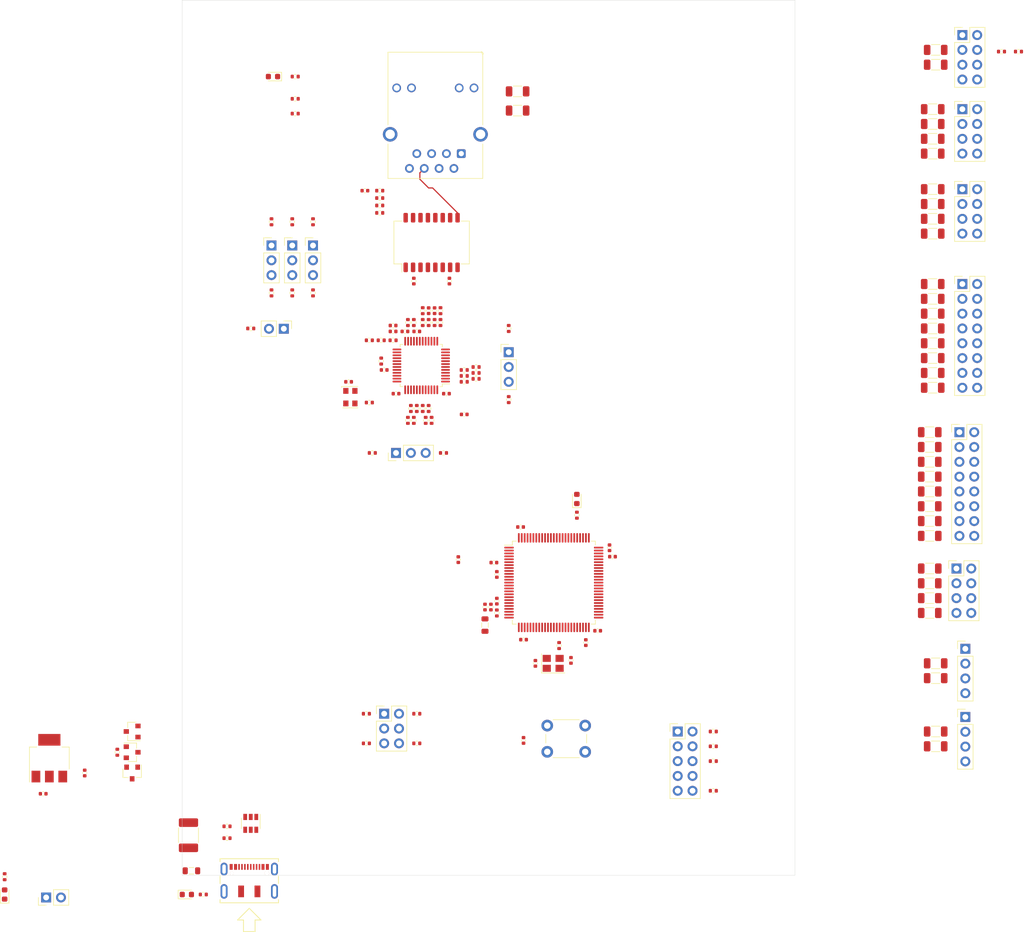
<source format=kicad_pcb>
(kicad_pcb (version 20171130) (host pcbnew 5.1.8-db9833491~88~ubuntu18.04.1)
  (title_block (date 2020-12-19) (rev A))
  (layers (0 F.Cu signal) (1 In1.Cu signal) (2 In2.Cu signal) (31 B.Cu signal) (35 F.Paste user hide) (37 F.SilkS user) (39 F.Mask user) (44 Edge.Cuts user))
  (net 0 "")
  (net 1 GND)
  (net 2 +5V)
  (net 3 +3V3)
  (net 4 /PHY/PFB)
  (net 5 "Net-(C11-Pad1)")
  (net 6 "Net-(C12-Pad1)")
  (net 7 GNDPWR)
  (net 8 "Net-(C16-Pad1)")
  (net 9 /MCU/VCAP_1)
  (net 10 /MCU/NRST)
  (net 11 /MCU/VCAP_2)
  (net 12 VDDA)
  (net 13 /MCU/OSC_IN)
  (net 14 "Net-(C31-Pad1)")
  (net 15 "Net-(D1-Pad2)")
  (net 16 "Net-(D2-Pad2)")
  (net 17 "Net-(D3-Pad1)")
  (net 18 "Net-(D4-Pad1)")
  (net 19 "Net-(F1-Pad2)")
  (net 20 VUSB)
  (net 21 /GPIO7)
  (net 22 /GPIO6)
  (net 23 /GPIO5)
  (net 24 /GPIO4)
  (net 25 /GPIO3)
  (net 26 /GPIO2)
  (net 27 /GPIO1)
  (net 28 /GPIO0)
  (net 29 /ADC7)
  (net 30 /ADC6)
  (net 31 /ADC5)
  (net 32 /ADC4)
  (net 33 /ADC3)
  (net 34 /ADC2)
  (net 35 /ADC1)
  (net 36 /ADC0)
  (net 37 /TMR4)
  (net 38 /TMR3)
  (net 39 /TMR2)
  (net 40 /TMR1)
  (net 41 /USART1_TX)
  (net 42 /USART1_RX)
  (net 43 /USART2_TX)
  (net 44 /USART2_RX)
  (net 45 /MCU/SPI1_NSS)
  (net 46 /MCU/SPI1_SCK)
  (net 47 /MCU/SPI1_MOSI)
  (net 48 /MCU/SPI1_MISO)
  (net 49 /MCU/SPI2_NSS)
  (net 50 /MCU/SPI2_SCK)
  (net 51 /MCU/SPI2_MOSI)
  (net 52 /MCU/SPI2_MISO)
  (net 53 "Net-(J8-Pad6)")
  (net 54 /MCU/I2C1_SCL)
  (net 55 /MCU/I2C1_SDA)
  (net 56 /PSU/VEXT)
  (net 57 /PHY/~RESET)
  (net 58 /PHY/MII_MODE)
  (net 59 /PHY/SNI_MODE)
  (net 60 /PHY/RX-)
  (net 61 /PHY/RX+)
  (net 62 /PHY/TX-)
  (net 63 /PHY/TX+)
  (net 64 /PHY/AN0)
  (net 65 /PHY/AN1)
  (net 66 /PHY/AN_EN)
  (net 67 /MCU/BOOT1)
  (net 68 /MCU/BOOT0)
  (net 69 "Net-(Q1-Pad1)")
  (net 70 /ETH_TX_D0)
  (net 71 "Net-(R7-Pad1)")
  (net 72 /ETH_TX_D1)
  (net 73 "Net-(R8-Pad1)")
  (net 74 /PHY/TXD_2)
  (net 75 "Net-(R9-Pad1)")
  (net 76 "Net-(R10-Pad1)")
  (net 77 /PHY/TXD_CLK)
  (net 78 "Net-(R11-Pad1)")
  (net 79 /ETH_TX_EN)
  (net 80 "Net-(R12-Pad1)")
  (net 81 /ETH_RXD0)
  (net 82 "Net-(R13-Pad1)")
  (net 83 /ETH_RXD1)
  (net 84 "Net-(R14-Pad1)")
  (net 85 /PHY/RXD_2)
  (net 86 "Net-(R15-Pad1)")
  (net 87 /PHY/RXD_3)
  (net 88 "Net-(R16-Pad1)")
  (net 89 /PHY/RX_CLK)
  (net 90 "Net-(R17-Pad1)")
  (net 91 /PHY/RX_ER)
  (net 92 "Net-(R18-Pad1)")
  (net 93 "Net-(R19-Pad1)")
  (net 94 /ETH_CRS_DV)
  (net 95 "Net-(R20-Pad1)")
  (net 96 /ETH_MDIO)
  (net 97 "Net-(R22-Pad2)")
  (net 98 "Net-(R22-Pad1)")
  (net 99 "Net-(R23-Pad2)")
  (net 100 "Net-(R24-Pad2)")
  (net 101 /PHY/TD+)
  (net 102 /PHY/TD-)
  (net 103 /PHY/RD+)
  (net 104 /PHY/RD-)
  (net 105 "Net-(R29-Pad2)")
  (net 106 "Net-(R29-Pad1)")
  (net 107 "Net-(R32-Pad1)")
  (net 108 /PHY/RXC)
  (net 109 /PHY/TXC)
  (net 110 "Net-(R51-Pad1)")
  (net 111 /MCU/STATUS_LED)
  (net 112 /MCU/OSC_OUT)
  (net 113 /MCU/SWDIO)
  (net 114 /MCU/SWCLK)
  (net 115 /MCU/SWO)
  (net 116 "Net-(U2-Pad42)")
  (net 117 "Net-(U2-Pad33)")
  (net 118 /ETH_MDC)
  (net 119 "Net-(U2-Pad25)")
  (net 120 "Net-(U2-Pad7)")
  (net 121 "Net-(U3-Pad95)")
  (net 122 "Net-(U3-Pad88)")
  (net 123 "Net-(U3-Pad85)")
  (net 124 "Net-(U3-Pad84)")
  (net 125 "Net-(U3-Pad83)")
  (net 126 "Net-(U3-Pad82)")
  (net 127 /MCU/SPI3_MOSI)
  (net 128 /MCU/SPI3_MISO)
  (net 129 /MCU/SPI3_SCK)
  (net 130 /MCU/SPI3_NSS)
  (net 131 /MCU/USB_FS_D+)
  (net 132 /MCU/USB_FS_D-)
  (net 133 "Net-(U3-Pad67)")
  (net 134 "Net-(U3-Pad66)")
  (net 135 "Net-(U3-Pad65)")
  (net 136 "Net-(U3-Pad64)")
  (net 137 "Net-(U3-Pad63)")
  (net 138 "Net-(U3-Pad62)")
  (net 139 "Net-(U3-Pad61)")
  (net 140 "Net-(U3-Pad60)")
  (net 141 "Net-(U3-Pad59)")
  (net 142 "Net-(U3-Pad58)")
  (net 143 "Net-(U3-Pad57)")
  (net 144 /MCU/USART3_RX)
  (net 145 /MCU/USART3_TX)
  (net 146 "Net-(U3-Pad46)")
  (net 147 "Net-(U3-Pad43)")
  (net 148 "Net-(U3-Pad41)")
  (net 149 "Net-(U3-Pad39)")
  (net 150 /MCU/ETH_REF_CLK)
  (net 151 "Net-(U3-Pad9)")
  (net 152 "Net-(U3-Pad8)")
  (net 153 "Net-(U3-Pad7)")
  (net 154 /MCU/USB_CONN_D+)
  (net 155 /MCU/USB_CONN_D-)
  (net 156 "Net-(J8-Pad4)")
  (net 157 "Net-(J10-Pad11)")
  (net 158 "Net-(J10-Pad9)")
  (net 159 "Net-(J10-Pad7)")
  (net 160 "Net-(J10-Pad4)")
  (net 161 "Net-(J12-Pad10)")
  (net 162 "Net-(J12-Pad8)")
  (net 163 "Net-(J12-Pad7)")
  (net 164 "Net-(J12-Pad6)")
  (net 165 "Net-(J12-Pad4)")
  (net 166 "Net-(J12-Pad2)")
  (net 167 "Net-(JP1-Pad2)")
  (net 168 "Net-(JP2-Pad3)")
  (net 169 "Net-(JP2-Pad1)")
  (net 170 "Net-(JP3-Pad3)")
  (net 171 "Net-(JP3-Pad1)")
  (net 172 "Net-(JP4-Pad3)")
  (net 173 "Net-(JP4-Pad1)")
  (net 174 "Net-(JP5-Pad3)")
  (net 175 "Net-(JP5-Pad1)")
  (net 176 "Net-(JP6-Pad3)")
  (net 177 "Net-(JP6-Pad1)")
  (net 178 "Net-(JP7-Pad6)")
  (net 179 "Net-(JP7-Pad1)")
  (net 180 "Net-(J11-PadA4)")
  (net 181 "Net-(J11-PadA5)")
  (net 182 "Net-(J11-PadB5)")
  (net 183 "Net-(J1-Pad15)")
  (net 184 "Net-(J1-Pad13)")
  (net 185 "Net-(J1-Pad11)")
  (net 186 "Net-(J1-Pad9)")
  (net 187 "Net-(J1-Pad7)")
  (net 188 "Net-(J1-Pad5)")
  (net 189 "Net-(J1-Pad3)")
  (net 190 "Net-(J1-Pad1)")
  (net 191 "Net-(J2-Pad15)")
  (net 192 "Net-(J2-Pad13)")
  (net 193 "Net-(J2-Pad11)")
  (net 194 "Net-(J2-Pad9)")
  (net 195 "Net-(J2-Pad7)")
  (net 196 "Net-(J2-Pad5)")
  (net 197 "Net-(J2-Pad3)")
  (net 198 "Net-(J2-Pad1)")
  (net 199 "Net-(J3-Pad7)")
  (net 200 "Net-(J3-Pad5)")
  (net 201 "Net-(J3-Pad3)")
  (net 202 "Net-(J3-Pad1)")
  (net 203 "Net-(J4-Pad3)")
  (net 204 "Net-(J4-Pad2)")
  (net 205 "Net-(J5-Pad3)")
  (net 206 "Net-(J5-Pad2)")
  (net 207 "Net-(J6-Pad7)")
  (net 208 "Net-(J6-Pad5)")
  (net 209 "Net-(J6-Pad3)")
  (net 210 "Net-(J6-Pad1)")
  (net 211 "Net-(J7-Pad7)")
  (net 212 "Net-(J7-Pad5)")
  (net 213 "Net-(J7-Pad3)")
  (net 214 "Net-(J7-Pad1)")
  (net 215 "Net-(J8-Pad5)")
  (net 216 "Net-(J8-Pad3)")
  (net 217 "Net-(JP7-Pad5)")
  (net 218 "Net-(JP7-Pad2)")
  (net 219 "Net-(J11-PadB8)")
  (net 220 "Net-(J11-PadA8)")
  (net 221 "Net-(J11-PadS1)")
  (module Resistor_SMD:R_1206_3216Metric (layer F.Cu) (at 157.48 43.93)
    (fp_text reference R99 hide)
    (fp_text value 0)
    (pad 2 smd roundrect (at 1.4625 0) (size 1.125 1.75) (layers F.Cu F.Paste F.Mask) (roundrect_rratio 0.222222) (net 7 GNDPWR))
    (pad 1 smd roundrect (at -1.4625 0) (size 1.125 1.75) (layers F.Cu F.Paste F.Mask) (roundrect_rratio 0.222222) (net 1 GND))
  )
  (module Resistor_SMD:R_1206_3216Metric (layer F.Cu) (at 157.48 40.64)
    (fp_text reference R98 hide)
    (fp_text value 0)
    (pad 2 smd roundrect (at 1.4625 0) (size 1.125 1.75) (layers F.Cu F.Paste F.Mask) (roundrect_rratio 0.222222) (net 7 GNDPWR))
    (pad 1 smd roundrect (at -1.4625 0) (size 1.125 1.75) (layers F.Cu F.Paste F.Mask) (roundrect_rratio 0.222222) (net 1 GND))
  )
  (module ak:DX07S016JA3R1500 (layer F.Cu) (at 111.508 174.677)
    (fp_text reference J11 hide)
    (fp_text value USB_C_Receptacle_USB2.0)
    (pad B5 smd rect (at 1.25 -1.1 180) (size 0.27 1) (layers F.Cu F.Paste F.Mask) (net 182 "Net-(J11-PadB5)"))
    (pad A7 smd rect (at 0.75 -1.1 180) (size 0.27 1) (layers F.Cu F.Paste F.Mask) (net 155 /MCU/USB_CONN_D-))
    (pad B6 smd rect (at 0.25 -1.1 180) (size 0.27 1) (layers F.Cu F.Paste F.Mask) (net 154 /MCU/USB_CONN_D+))
    (pad A6 smd rect (at -0.25 -1.1 180) (size 0.27 1) (layers F.Cu F.Paste F.Mask) (net 154 /MCU/USB_CONN_D+))
    (pad B7 smd rect (at -0.75 -1.1 180) (size 0.27 1) (layers F.Cu F.Paste F.Mask) (net 155 /MCU/USB_CONN_D-))
    (pad B8 smd rect (at -1.25 -1.1 180) (size 0.27 1) (layers F.Cu F.Paste F.Mask) (net 219 "Net-(J11-PadB8)"))
    (pad A8 smd rect (at 1.75 -1.1) (size 0.27 1) (layers F.Cu F.Paste F.Mask) (net 220 "Net-(J11-PadA8)"))
    (pad A5 smd rect (at -1.75 -1.1 180) (size 0.27 1) (layers F.Cu F.Paste F.Mask) (net 181 "Net-(J11-PadA5)"))
    (pad A4 smd rect (at -2.35 -1.1 180) (size 0.52 1) (layers F.Cu F.Paste F.Mask) (net 180 "Net-(J11-PadA4)"))
    (pad A9 smd rect (at 2.35 -1.1) (size 0.52 1) (layers F.Cu F.Paste F.Mask) (net 180 "Net-(J11-PadA4)"))
    (pad A12 smd rect (at 3.1 -1.1) (size 0.52 1) (layers F.Cu F.Paste F.Mask) (net 1 GND))
    (pad A1 smd rect (at -3.1 -1.1 180) (size 0.52 1) (layers F.Cu F.Paste F.Mask) (net 1 GND))
    (pad S1 thru_hole oval (at -4.32 -0.725 180) (size 1.2 2.2) (drill oval 0.6 1.6) (layers *.Cu *.Mask) (net 221 "Net-(J11-PadS1)"))
    (pad S1 thru_hole oval (at 4.32 -0.725 180) (size 1.2 2.2) (drill oval 0.6 1.6) (layers *.Cu *.Mask) (net 221 "Net-(J11-PadS1)"))
    (pad "" np_thru_hole oval (at -3 0) (size 0.6 0.6) (drill oval 0.6) (layers *.Cu *.Mask B.SilkS))
    (pad "" np_thru_hole oval (at 3 0) (size 0.85 0.6) (drill oval 0.85 0.6) (layers *.Cu *.Mask B.SilkS))
    (pad S1 thru_hole oval (at 4.32 3.1 180) (size 1.2 2.5) (drill oval 0.6 1.9) (layers *.Cu *.Mask) (net 221 "Net-(J11-PadS1)"))
    (pad S1 thru_hole oval (at -4.32 3.1) (size 1.2 2.5) (drill oval 0.6 1.9) (layers *.Cu *.Mask) (net 221 "Net-(J11-PadS1)"))
    (pad S1 smd rect (at -1.4 3.1 180) (size 1 2) (layers F.Cu F.Paste F.Mask) (net 221 "Net-(J11-PadS1)"))
    (pad S1 smd rect (at 1.4 3.1) (size 1 2) (layers F.Cu F.Paste F.Mask) (net 221 "Net-(J11-PadS1)"))
  )
  (module Connector_PinHeader_2.54mm:PinHeader_2x03_P2.54mm_Vertical (layer F.Cu) (at 134.62 147.32)
    (fp_text reference JP7 hide)
    (fp_text value Conn_02x03_Odd_Even)
    (pad 6 thru_hole oval (at 2.54 5.08) (size 1.7 1.7) (drill 1) (layers *.Cu *.Mask) (net 178 "Net-(JP7-Pad6)"))
    (pad 5 thru_hole oval (at 0 5.08) (size 1.7 1.7) (drill 1) (layers *.Cu *.Mask) (net 217 "Net-(JP7-Pad5)"))
    (pad 4 thru_hole oval (at 2.54 2.54) (size 1.7 1.7) (drill 1) (layers *.Cu *.Mask) (net 67 /MCU/BOOT1))
    (pad 3 thru_hole oval (at 0 2.54) (size 1.7 1.7) (drill 1) (layers *.Cu *.Mask) (net 68 /MCU/BOOT0))
    (pad 2 thru_hole oval (at 2.54 0) (size 1.7 1.7) (drill 1) (layers *.Cu *.Mask) (net 218 "Net-(JP7-Pad2)"))
    (pad 1 thru_hole rect (at 0 0) (size 1.7 1.7) (drill 1) (layers *.Cu *.Mask) (net 179 "Net-(JP7-Pad1)"))
  )
  (module Connector_PinHeader_2.54mm:PinHeader_2x04_P2.54mm_Vertical (layer F.Cu) (at 232.664 122.428)
    (fp_text reference J3 hide)
    (fp_text value Conn_02x04_Odd_Even)
    (pad 8 thru_hole oval (at 2.54 7.62) (size 1.7 1.7) (drill 1) (layers *.Cu *.Mask) (net 1 GND))
    (pad 7 thru_hole oval (at 0 7.62) (size 1.7 1.7) (drill 1) (layers *.Cu *.Mask) (net 199 "Net-(J3-Pad7)"))
    (pad 6 thru_hole oval (at 2.54 5.08) (size 1.7 1.7) (drill 1) (layers *.Cu *.Mask) (net 1 GND))
    (pad 5 thru_hole oval (at 0 5.08) (size 1.7 1.7) (drill 1) (layers *.Cu *.Mask) (net 200 "Net-(J3-Pad5)"))
    (pad 4 thru_hole oval (at 2.54 2.54) (size 1.7 1.7) (drill 1) (layers *.Cu *.Mask) (net 3 +3V3))
    (pad 3 thru_hole oval (at 0 2.54) (size 1.7 1.7) (drill 1) (layers *.Cu *.Mask) (net 201 "Net-(J3-Pad3)"))
    (pad 2 thru_hole oval (at 2.54 0) (size 1.7 1.7) (drill 1) (layers *.Cu *.Mask) (net 3 +3V3))
    (pad 1 thru_hole rect (at 0 0) (size 1.7 1.7) (drill 1) (layers *.Cu *.Mask) (net 202 "Net-(J3-Pad1)"))
  )
  (module Resistor_SMD:R_1206_3216Metric (layer F.Cu) (at 229.108 36.068 180)
    (fp_text reference R97 hide)
    (fp_text value 33)
    (pad 2 smd roundrect (at 1.4625 0 180) (size 1.125 1.75) (layers F.Cu F.Paste F.Mask) (roundrect_rratio 0.222222) (net 54 /MCU/I2C1_SCL))
    (pad 1 smd roundrect (at -1.4625 0 180) (size 1.125 1.75) (layers F.Cu F.Paste F.Mask) (roundrect_rratio 0.222222) (net 215 "Net-(J8-Pad5)"))
  )
  (module Resistor_SMD:R_1206_3216Metric (layer F.Cu) (at 229.108 33.528 180)
    (fp_text reference R96 hide)
    (fp_text value 33)
    (pad 2 smd roundrect (at 1.4625 0 180) (size 1.125 1.75) (layers F.Cu F.Paste F.Mask) (roundrect_rratio 0.222222) (net 55 /MCU/I2C1_SDA))
    (pad 1 smd roundrect (at -1.4625 0 180) (size 1.125 1.75) (layers F.Cu F.Paste F.Mask) (roundrect_rratio 0.222222) (net 216 "Net-(J8-Pad3)"))
  )
  (module Resistor_SMD:R_1206_3216Metric (layer F.Cu) (at 228.6 51.308 180)
    (fp_text reference R95 hide)
    (fp_text value 33)
    (pad 2 smd roundrect (at 1.4625 0 180) (size 1.125 1.75) (layers F.Cu F.Paste F.Mask) (roundrect_rratio 0.222222) (net 49 /MCU/SPI2_NSS))
    (pad 1 smd roundrect (at -1.4625 0 180) (size 1.125 1.75) (layers F.Cu F.Paste F.Mask) (roundrect_rratio 0.222222) (net 211 "Net-(J7-Pad7)"))
  )
  (module Resistor_SMD:R_1206_3216Metric (layer F.Cu) (at 228.6 48.768 180)
    (fp_text reference R94 hide)
    (fp_text value 33)
    (pad 2 smd roundrect (at 1.4625 0 180) (size 1.125 1.75) (layers F.Cu F.Paste F.Mask) (roundrect_rratio 0.222222) (net 50 /MCU/SPI2_SCK))
    (pad 1 smd roundrect (at -1.4625 0 180) (size 1.125 1.75) (layers F.Cu F.Paste F.Mask) (roundrect_rratio 0.222222) (net 212 "Net-(J7-Pad5)"))
  )
  (module Resistor_SMD:R_1206_3216Metric (layer F.Cu) (at 228.6 46.228 180)
    (fp_text reference R93 hide)
    (fp_text value 33)
    (pad 2 smd roundrect (at 1.4625 0 180) (size 1.125 1.75) (layers F.Cu F.Paste F.Mask) (roundrect_rratio 0.222222) (net 51 /MCU/SPI2_MOSI))
    (pad 1 smd roundrect (at -1.4625 0 180) (size 1.125 1.75) (layers F.Cu F.Paste F.Mask) (roundrect_rratio 0.222222) (net 213 "Net-(J7-Pad3)"))
  )
  (module Resistor_SMD:R_1206_3216Metric (layer F.Cu) (at 228.6 43.688 180)
    (fp_text reference R92 hide)
    (fp_text value 33)
    (pad 2 smd roundrect (at 1.4625 0 180) (size 1.125 1.75) (layers F.Cu F.Paste F.Mask) (roundrect_rratio 0.222222) (net 52 /MCU/SPI2_MISO))
    (pad 1 smd roundrect (at -1.4625 0 180) (size 1.125 1.75) (layers F.Cu F.Paste F.Mask) (roundrect_rratio 0.222222) (net 214 "Net-(J7-Pad1)"))
  )
  (module Resistor_SMD:R_1206_3216Metric (layer F.Cu) (at 228.6 65.024 180)
    (fp_text reference R91 hide)
    (fp_text value 33)
    (pad 2 smd roundrect (at 1.4625 0 180) (size 1.125 1.75) (layers F.Cu F.Paste F.Mask) (roundrect_rratio 0.222222) (net 45 /MCU/SPI1_NSS))
    (pad 1 smd roundrect (at -1.4625 0 180) (size 1.125 1.75) (layers F.Cu F.Paste F.Mask) (roundrect_rratio 0.222222) (net 207 "Net-(J6-Pad7)"))
  )
  (module Resistor_SMD:R_1206_3216Metric (layer F.Cu) (at 228.6 62.484)
    (fp_text reference R90 hide)
    (fp_text value 33)
    (pad 2 smd roundrect (at 1.4625 0) (size 1.125 1.75) (layers F.Cu F.Paste F.Mask) (roundrect_rratio 0.222222) (net 46 /MCU/SPI1_SCK))
    (pad 1 smd roundrect (at -1.4625 0) (size 1.125 1.75) (layers F.Cu F.Paste F.Mask) (roundrect_rratio 0.222222) (net 208 "Net-(J6-Pad5)"))
  )
  (module Resistor_SMD:R_1206_3216Metric (layer F.Cu) (at 228.6 59.944)
    (fp_text reference R89 hide)
    (fp_text value 33)
    (pad 2 smd roundrect (at 1.4625 0) (size 1.125 1.75) (layers F.Cu F.Paste F.Mask) (roundrect_rratio 0.222222) (net 47 /MCU/SPI1_MOSI))
    (pad 1 smd roundrect (at -1.4625 0) (size 1.125 1.75) (layers F.Cu F.Paste F.Mask) (roundrect_rratio 0.222222) (net 209 "Net-(J6-Pad3)"))
  )
  (module Resistor_SMD:R_1206_3216Metric (layer F.Cu) (at 228.6 57.404 180)
    (fp_text reference R88 hide)
    (fp_text value 33)
    (pad 2 smd roundrect (at 1.4625 0 180) (size 1.125 1.75) (layers F.Cu F.Paste F.Mask) (roundrect_rratio 0.222222) (net 48 /MCU/SPI1_MISO))
    (pad 1 smd roundrect (at -1.4625 0 180) (size 1.125 1.75) (layers F.Cu F.Paste F.Mask) (roundrect_rratio 0.222222) (net 210 "Net-(J6-Pad1)"))
  )
  (module Resistor_SMD:R_1206_3216Metric (layer F.Cu) (at 229.108 152.908)
    (fp_text reference R87 hide)
    (fp_text value 33)
    (pad 2 smd roundrect (at 1.4625 0) (size 1.125 1.75) (layers F.Cu F.Paste F.Mask) (roundrect_rratio 0.222222) (net 205 "Net-(J5-Pad3)"))
    (pad 1 smd roundrect (at -1.4625 0) (size 1.125 1.75) (layers F.Cu F.Paste F.Mask) (roundrect_rratio 0.222222) (net 43 /USART2_TX))
  )
  (module Resistor_SMD:R_1206_3216Metric (layer F.Cu) (at 229.108 150.368)
    (fp_text reference R86 hide)
    (fp_text value 33)
    (pad 2 smd roundrect (at 1.4625 0) (size 1.125 1.75) (layers F.Cu F.Paste F.Mask) (roundrect_rratio 0.222222) (net 206 "Net-(J5-Pad2)"))
    (pad 1 smd roundrect (at -1.4625 0) (size 1.125 1.75) (layers F.Cu F.Paste F.Mask) (roundrect_rratio 0.222222) (net 44 /USART2_RX))
  )
  (module Resistor_SMD:R_1206_3216Metric (layer F.Cu) (at 229.108 141.224)
    (fp_text reference R85 hide)
    (fp_text value 33)
    (pad 2 smd roundrect (at 1.4625 0) (size 1.125 1.75) (layers F.Cu F.Paste F.Mask) (roundrect_rratio 0.222222) (net 203 "Net-(J4-Pad3)"))
    (pad 1 smd roundrect (at -1.4625 0) (size 1.125 1.75) (layers F.Cu F.Paste F.Mask) (roundrect_rratio 0.222222) (net 41 /USART1_TX))
  )
  (module Resistor_SMD:R_1206_3216Metric (layer F.Cu) (at 229.108 138.684)
    (fp_text reference R84 hide)
    (fp_text value 33)
    (pad 2 smd roundrect (at 1.4625 0) (size 1.125 1.75) (layers F.Cu F.Paste F.Mask) (roundrect_rratio 0.222222) (net 204 "Net-(J4-Pad2)"))
    (pad 1 smd roundrect (at -1.4625 0) (size 1.125 1.75) (layers F.Cu F.Paste F.Mask) (roundrect_rratio 0.222222) (net 42 /USART1_RX))
  )
  (module Resistor_SMD:R_1206_3216Metric (layer F.Cu) (at 228.092 130.048)
    (fp_text reference R83 hide)
    (fp_text value 33)
    (pad 2 smd roundrect (at 1.4625 0) (size 1.125 1.75) (layers F.Cu F.Paste F.Mask) (roundrect_rratio 0.222222) (net 199 "Net-(J3-Pad7)"))
    (pad 1 smd roundrect (at -1.4625 0) (size 1.125 1.75) (layers F.Cu F.Paste F.Mask) (roundrect_rratio 0.222222) (net 37 /TMR4))
  )
  (module Resistor_SMD:R_1206_3216Metric (layer F.Cu) (at 228.092 127.508)
    (fp_text reference R82 hide)
    (fp_text value 33)
    (pad 2 smd roundrect (at 1.4625 0) (size 1.125 1.75) (layers F.Cu F.Paste F.Mask) (roundrect_rratio 0.222222) (net 200 "Net-(J3-Pad5)"))
    (pad 1 smd roundrect (at -1.4625 0) (size 1.125 1.75) (layers F.Cu F.Paste F.Mask) (roundrect_rratio 0.222222) (net 38 /TMR3))
  )
  (module Resistor_SMD:R_1206_3216Metric (layer F.Cu) (at 228.092 124.968)
    (fp_text reference R81 hide)
    (fp_text value 33)
    (pad 2 smd roundrect (at 1.4625 0) (size 1.125 1.75) (layers F.Cu F.Paste F.Mask) (roundrect_rratio 0.222222) (net 201 "Net-(J3-Pad3)"))
    (pad 1 smd roundrect (at -1.4625 0) (size 1.125 1.75) (layers F.Cu F.Paste F.Mask) (roundrect_rratio 0.222222) (net 39 /TMR2))
  )
  (module Resistor_SMD:R_1206_3216Metric (layer F.Cu) (at 228.092 122.428)
    (fp_text reference R80 hide)
    (fp_text value 33)
    (pad 2 smd roundrect (at 1.4625 0) (size 1.125 1.75) (layers F.Cu F.Paste F.Mask) (roundrect_rratio 0.222222) (net 202 "Net-(J3-Pad1)"))
    (pad 1 smd roundrect (at -1.4625 0) (size 1.125 1.75) (layers F.Cu F.Paste F.Mask) (roundrect_rratio 0.222222) (net 40 /TMR1))
  )
  (module Resistor_SMD:R_1206_3216Metric (layer F.Cu) (at 228.6 91.44)
    (fp_text reference R79 hide)
    (fp_text value 33)
    (pad 2 smd roundrect (at 1.4625 0) (size 1.125 1.75) (layers F.Cu F.Paste F.Mask) (roundrect_rratio 0.222222) (net 191 "Net-(J2-Pad15)"))
    (pad 1 smd roundrect (at -1.4625 0) (size 1.125 1.75) (layers F.Cu F.Paste F.Mask) (roundrect_rratio 0.222222) (net 29 /ADC7))
  )
  (module Resistor_SMD:R_1206_3216Metric (layer F.Cu) (at 228.6 88.9)
    (fp_text reference R78 hide)
    (fp_text value 33)
    (pad 2 smd roundrect (at 1.4625 0) (size 1.125 1.75) (layers F.Cu F.Paste F.Mask) (roundrect_rratio 0.222222) (net 192 "Net-(J2-Pad13)"))
    (pad 1 smd roundrect (at -1.4625 0) (size 1.125 1.75) (layers F.Cu F.Paste F.Mask) (roundrect_rratio 0.222222) (net 30 /ADC6))
  )
  (module Resistor_SMD:R_1206_3216Metric (layer F.Cu) (at 228.6 86.36)
    (fp_text reference R77 hide)
    (fp_text value 33)
    (pad 2 smd roundrect (at 1.4625 0) (size 1.125 1.75) (layers F.Cu F.Paste F.Mask) (roundrect_rratio 0.222222) (net 193 "Net-(J2-Pad11)"))
    (pad 1 smd roundrect (at -1.4625 0) (size 1.125 1.75) (layers F.Cu F.Paste F.Mask) (roundrect_rratio 0.222222) (net 31 /ADC5))
  )
  (module Resistor_SMD:R_1206_3216Metric (layer F.Cu) (at 228.6 83.82)
    (fp_text reference R76 hide)
    (fp_text value 33)
    (pad 2 smd roundrect (at 1.4625 0) (size 1.125 1.75) (layers F.Cu F.Paste F.Mask) (roundrect_rratio 0.222222) (net 194 "Net-(J2-Pad9)"))
    (pad 1 smd roundrect (at -1.4625 0) (size 1.125 1.75) (layers F.Cu F.Paste F.Mask) (roundrect_rratio 0.222222) (net 32 /ADC4))
  )
  (module Resistor_SMD:R_1206_3216Metric (layer F.Cu) (at 228.6 81.28)
    (fp_text reference R75 hide)
    (fp_text value 33)
    (pad 2 smd roundrect (at 1.4625 0) (size 1.125 1.75) (layers F.Cu F.Paste F.Mask) (roundrect_rratio 0.222222) (net 195 "Net-(J2-Pad7)"))
    (pad 1 smd roundrect (at -1.4625 0) (size 1.125 1.75) (layers F.Cu F.Paste F.Mask) (roundrect_rratio 0.222222) (net 33 /ADC3))
  )
  (module Resistor_SMD:R_1206_3216Metric (layer F.Cu) (at 228.6 78.74)
    (fp_text reference R74 hide)
    (fp_text value 33)
    (pad 2 smd roundrect (at 1.4625 0) (size 1.125 1.75) (layers F.Cu F.Paste F.Mask) (roundrect_rratio 0.222222) (net 196 "Net-(J2-Pad5)"))
    (pad 1 smd roundrect (at -1.4625 0) (size 1.125 1.75) (layers F.Cu F.Paste F.Mask) (roundrect_rratio 0.222222) (net 34 /ADC2))
  )
  (module Resistor_SMD:R_1206_3216Metric (layer F.Cu) (at 228.6 76.2)
    (fp_text reference R73 hide)
    (fp_text value 33)
    (pad 2 smd roundrect (at 1.4625 0) (size 1.125 1.75) (layers F.Cu F.Paste F.Mask) (roundrect_rratio 0.222222) (net 197 "Net-(J2-Pad3)"))
    (pad 1 smd roundrect (at -1.4625 0) (size 1.125 1.75) (layers F.Cu F.Paste F.Mask) (roundrect_rratio 0.222222) (net 35 /ADC1))
  )
  (module Resistor_SMD:R_1206_3216Metric (layer F.Cu) (at 228.6 73.66)
    (fp_text reference R72 hide)
    (fp_text value 33)
    (pad 2 smd roundrect (at 1.4625 0) (size 1.125 1.75) (layers F.Cu F.Paste F.Mask) (roundrect_rratio 0.222222) (net 198 "Net-(J2-Pad1)"))
    (pad 1 smd roundrect (at -1.4625 0) (size 1.125 1.75) (layers F.Cu F.Paste F.Mask) (roundrect_rratio 0.222222) (net 36 /ADC0))
  )
  (module Resistor_SMD:R_1206_3216Metric (layer F.Cu) (at 228.092 116.84)
    (fp_text reference R71 hide)
    (fp_text value 33)
    (pad 2 smd roundrect (at 1.4625 0) (size 1.125 1.75) (layers F.Cu F.Paste F.Mask) (roundrect_rratio 0.222222) (net 183 "Net-(J1-Pad15)"))
    (pad 1 smd roundrect (at -1.4625 0) (size 1.125 1.75) (layers F.Cu F.Paste F.Mask) (roundrect_rratio 0.222222) (net 21 /GPIO7))
  )
  (module Resistor_SMD:R_1206_3216Metric (layer F.Cu) (at 228.092 114.3)
    (fp_text reference R70 hide)
    (fp_text value 33)
    (pad 2 smd roundrect (at 1.4625 0) (size 1.125 1.75) (layers F.Cu F.Paste F.Mask) (roundrect_rratio 0.222222) (net 184 "Net-(J1-Pad13)"))
    (pad 1 smd roundrect (at -1.4625 0) (size 1.125 1.75) (layers F.Cu F.Paste F.Mask) (roundrect_rratio 0.222222) (net 22 /GPIO6))
  )
  (module Resistor_SMD:R_1206_3216Metric (layer F.Cu) (at 228.092 111.76)
    (fp_text reference R69 hide)
    (fp_text value 33)
    (pad 2 smd roundrect (at 1.4625 0) (size 1.125 1.75) (layers F.Cu F.Paste F.Mask) (roundrect_rratio 0.222222) (net 185 "Net-(J1-Pad11)"))
    (pad 1 smd roundrect (at -1.4625 0) (size 1.125 1.75) (layers F.Cu F.Paste F.Mask) (roundrect_rratio 0.222222) (net 23 /GPIO5))
  )
  (module Resistor_SMD:R_1206_3216Metric (layer F.Cu) (at 228.092 109.22)
    (fp_text reference R68 hide)
    (fp_text value 33)
    (pad 2 smd roundrect (at 1.4625 0) (size 1.125 1.75) (layers F.Cu F.Paste F.Mask) (roundrect_rratio 0.222222) (net 186 "Net-(J1-Pad9)"))
    (pad 1 smd roundrect (at -1.4625 0) (size 1.125 1.75) (layers F.Cu F.Paste F.Mask) (roundrect_rratio 0.222222) (net 24 /GPIO4))
  )
  (module Resistor_SMD:R_1206_3216Metric (layer F.Cu) (at 228.092 106.68)
    (fp_text reference R67 hide)
    (fp_text value 33)
    (pad 2 smd roundrect (at 1.4625 0) (size 1.125 1.75) (layers F.Cu F.Paste F.Mask) (roundrect_rratio 0.222222) (net 187 "Net-(J1-Pad7)"))
    (pad 1 smd roundrect (at -1.4625 0) (size 1.125 1.75) (layers F.Cu F.Paste F.Mask) (roundrect_rratio 0.222222) (net 25 /GPIO3))
  )
  (module Resistor_SMD:R_1206_3216Metric (layer F.Cu) (at 228.092 104.14)
    (fp_text reference R66 hide)
    (fp_text value 33)
    (pad 2 smd roundrect (at 1.4625 0) (size 1.125 1.75) (layers F.Cu F.Paste F.Mask) (roundrect_rratio 0.222222) (net 188 "Net-(J1-Pad5)"))
    (pad 1 smd roundrect (at -1.4625 0) (size 1.125 1.75) (layers F.Cu F.Paste F.Mask) (roundrect_rratio 0.222222) (net 26 /GPIO2))
  )
  (module Resistor_SMD:R_1206_3216Metric (layer F.Cu) (at 228.092 101.6)
    (fp_text reference R65 hide)
    (fp_text value 33)
    (pad 2 smd roundrect (at 1.4625 0) (size 1.125 1.75) (layers F.Cu F.Paste F.Mask) (roundrect_rratio 0.222222) (net 189 "Net-(J1-Pad3)"))
    (pad 1 smd roundrect (at -1.4625 0) (size 1.125 1.75) (layers F.Cu F.Paste F.Mask) (roundrect_rratio 0.222222) (net 27 /GPIO1))
  )
  (module Resistor_SMD:R_1206_3216Metric (layer F.Cu) (at 228.092 99.06)
    (fp_text reference R64 hide)
    (fp_text value 33)
    (pad 2 smd roundrect (at 1.4625 0) (size 1.125 1.75) (layers F.Cu F.Paste F.Mask) (roundrect_rratio 0.222222) (net 190 "Net-(J1-Pad1)"))
    (pad 1 smd roundrect (at -1.4625 0) (size 1.125 1.75) (layers F.Cu F.Paste F.Mask) (roundrect_rratio 0.222222) (net 28 /GPIO0))
  )
  (module Connector_PinHeader_2.54mm:PinHeader_2x05_P2.54mm_Vertical (layer F.Cu) (at 184.912 150.368)
    (fp_text reference J12 hide)
    (fp_text value Conn_02x05_Odd_Even)
    (pad 10 thru_hole oval (at 2.54 10.16) (size 1.7 1.7) (drill 1) (layers *.Cu *.Mask) (net 161 "Net-(J12-Pad10)"))
    (pad 9 thru_hole oval (at 0 10.16) (size 1.7 1.7) (drill 1) (layers *.Cu *.Mask) (net 1 GND))
    (pad 8 thru_hole oval (at 2.54 7.62) (size 1.7 1.7) (drill 1) (layers *.Cu *.Mask) (net 162 "Net-(J12-Pad8)"))
    (pad 7 thru_hole oval (at 0 7.62) (size 1.7 1.7) (drill 1) (layers *.Cu *.Mask) (net 163 "Net-(J12-Pad7)"))
    (pad 6 thru_hole oval (at 2.54 5.08) (size 1.7 1.7) (drill 1) (layers *.Cu *.Mask) (net 164 "Net-(J12-Pad6)"))
    (pad 5 thru_hole oval (at 0 5.08) (size 1.7 1.7) (drill 1) (layers *.Cu *.Mask) (net 1 GND))
    (pad 4 thru_hole oval (at 2.54 2.54) (size 1.7 1.7) (drill 1) (layers *.Cu *.Mask) (net 165 "Net-(J12-Pad4)"))
    (pad 3 thru_hole oval (at 0 2.54) (size 1.7 1.7) (drill 1) (layers *.Cu *.Mask) (net 1 GND))
    (pad 2 thru_hole oval (at 2.54 0) (size 1.7 1.7) (drill 1) (layers *.Cu *.Mask) (net 166 "Net-(J12-Pad2)"))
    (pad 1 thru_hole rect (at 0 0) (size 1.7 1.7) (drill 1) (layers *.Cu *.Mask) (net 3 +3V3))
  )
  (module Connector_PinHeader_2.54mm:PinHeader_1x03_P2.54mm_Vertical (layer F.Cu) (at 115.316 67.056)
    (fp_text reference JP6 hide)
    (fp_text value Conn_01x03)
    (pad 3 thru_hole oval (at 0 5.08) (size 1.7 1.7) (drill 1) (layers *.Cu *.Mask) (net 176 "Net-(JP6-Pad3)"))
    (pad 2 thru_hole oval (at 0 2.54) (size 1.7 1.7) (drill 1) (layers *.Cu *.Mask) (net 66 /PHY/AN_EN))
    (pad 1 thru_hole rect (at 0 0) (size 1.7 1.7) (drill 1) (layers *.Cu *.Mask) (net 177 "Net-(JP6-Pad1)"))
  )
  (module Connector_PinHeader_2.54mm:PinHeader_1x03_P2.54mm_Vertical (layer F.Cu) (at 122.428 67.056)
    (fp_text reference JP5 hide)
    (fp_text value Conn_01x03)
    (pad 3 thru_hole oval (at 0 5.08) (size 1.7 1.7) (drill 1) (layers *.Cu *.Mask) (net 174 "Net-(JP5-Pad3)"))
    (pad 2 thru_hole oval (at 0 2.54) (size 1.7 1.7) (drill 1) (layers *.Cu *.Mask) (net 65 /PHY/AN1))
    (pad 1 thru_hole rect (at 0 0) (size 1.7 1.7) (drill 1) (layers *.Cu *.Mask) (net 175 "Net-(JP5-Pad1)"))
  )
  (module Connector_PinHeader_2.54mm:PinHeader_1x03_P2.54mm_Vertical (layer F.Cu) (at 118.872 67.056)
    (fp_text reference JP4 hide)
    (fp_text value Conn_01x03)
    (pad 3 thru_hole oval (at 0 5.08) (size 1.7 1.7) (drill 1) (layers *.Cu *.Mask) (net 172 "Net-(JP4-Pad3)"))
    (pad 2 thru_hole oval (at 0 2.54) (size 1.7 1.7) (drill 1) (layers *.Cu *.Mask) (net 64 /PHY/AN0))
    (pad 1 thru_hole rect (at 0 0) (size 1.7 1.7) (drill 1) (layers *.Cu *.Mask) (net 173 "Net-(JP4-Pad1)"))
  )
  (module Connector_PinHeader_2.54mm:PinHeader_1x03_P2.54mm_Vertical (layer F.Cu) (at 155.956 85.344)
    (fp_text reference JP3 hide)
    (fp_text value Conn_01x03)
    (pad 3 thru_hole oval (at 0 5.08) (size 1.7 1.7) (drill 1) (layers *.Cu *.Mask) (net 170 "Net-(JP3-Pad3)"))
    (pad 2 thru_hole oval (at 0 2.54) (size 1.7 1.7) (drill 1) (layers *.Cu *.Mask) (net 59 /PHY/SNI_MODE))
    (pad 1 thru_hole rect (at 0 0) (size 1.7 1.7) (drill 1) (layers *.Cu *.Mask) (net 171 "Net-(JP3-Pad1)"))
  )
  (module Connector_PinHeader_2.54mm:PinHeader_1x03_P2.54mm_Vertical (layer F.Cu) (at 136.652 102.616 90)
    (fp_text reference JP2 hide)
    (fp_text value Conn_01x03)
    (pad 3 thru_hole oval (at 0 5.08 90) (size 1.7 1.7) (drill 1) (layers *.Cu *.Mask) (net 168 "Net-(JP2-Pad3)"))
    (pad 2 thru_hole oval (at 0 2.54 90) (size 1.7 1.7) (drill 1) (layers *.Cu *.Mask) (net 58 /PHY/MII_MODE))
    (pad 1 thru_hole rect (at 0 0 90) (size 1.7 1.7) (drill 1) (layers *.Cu *.Mask) (net 169 "Net-(JP2-Pad1)"))
  )
  (module Connector_PinHeader_2.54mm:PinHeader_1x02_P2.54mm_Vertical (layer F.Cu) (at 117.424999 81.327001 270)
    (fp_text reference JP1 hide)
    (fp_text value Conn_01x02)
    (pad 2 thru_hole oval (at 0 2.54 270) (size 1.7 1.7) (drill 1) (layers *.Cu *.Mask) (net 167 "Net-(JP1-Pad2)"))
    (pad 1 thru_hole rect (at 0 0 270) (size 1.7 1.7) (drill 1) (layers *.Cu *.Mask) (net 57 /PHY/~RESET))
  )
  (module Connector_PinHeader_2.54mm:PinHeader_1x02_P2.54mm_Vertical (layer F.Cu) (at 76.708 178.816 90)
    (fp_text reference J9 hide)
    (fp_text value Conn_01x02)
    (pad 2 thru_hole oval (at 0 2.54 90) (size 1.7 1.7) (drill 1) (layers *.Cu *.Mask) (net 1 GND))
    (pad 1 thru_hole rect (at 0 0 90) (size 1.7 1.7) (drill 1) (layers *.Cu *.Mask) (net 56 /PSU/VEXT))
  )
  (module Connector_PinHeader_2.54mm:PinHeader_1x04_P2.54mm_Vertical (layer F.Cu) (at 234.188 147.875001)
    (fp_text reference J5 hide)
    (fp_text value Conn_01x04)
    (pad 4 thru_hole oval (at 0 7.62) (size 1.7 1.7) (drill 1) (layers *.Cu *.Mask) (net 1 GND))
    (pad 3 thru_hole oval (at 0 5.08) (size 1.7 1.7) (drill 1) (layers *.Cu *.Mask) (net 205 "Net-(J5-Pad3)"))
    (pad 2 thru_hole oval (at 0 2.54) (size 1.7 1.7) (drill 1) (layers *.Cu *.Mask) (net 206 "Net-(J5-Pad2)"))
    (pad 1 thru_hole rect (at 0 0) (size 1.7 1.7) (drill 1) (layers *.Cu *.Mask) (net 3 +3V3))
  )
  (module Connector_PinHeader_2.54mm:PinHeader_1x04_P2.54mm_Vertical (layer F.Cu) (at 234.188 136.191001)
    (fp_text reference J4 hide)
    (fp_text value Conn_01x04)
    (pad 4 thru_hole oval (at 0 7.62) (size 1.7 1.7) (drill 1) (layers *.Cu *.Mask) (net 1 GND))
    (pad 3 thru_hole oval (at 0 5.08) (size 1.7 1.7) (drill 1) (layers *.Cu *.Mask) (net 203 "Net-(J4-Pad3)"))
    (pad 2 thru_hole oval (at 0 2.54) (size 1.7 1.7) (drill 1) (layers *.Cu *.Mask) (net 204 "Net-(J4-Pad2)"))
    (pad 1 thru_hole rect (at 0 0) (size 1.7 1.7) (drill 1) (layers *.Cu *.Mask) (net 3 +3V3))
  )
  (module Connector_PinHeader_2.54mm:PinHeader_2x04_P2.54mm_Vertical (layer F.Cu) (at 233.68 30.988)
    (fp_text reference J8 hide)
    (fp_text value Conn_02x04_Odd_Even)
    (pad 8 thru_hole oval (at 2.54 7.62) (size 1.7 1.7) (drill 1) (layers *.Cu *.Mask) (net 3 +3V3))
    (pad 7 thru_hole oval (at 0 7.62) (size 1.7 1.7) (drill 1) (layers *.Cu *.Mask) (net 1 GND))
    (pad 6 thru_hole oval (at 2.54 5.08) (size 1.7 1.7) (drill 1) (layers *.Cu *.Mask) (net 53 "Net-(J8-Pad6)"))
    (pad 5 thru_hole oval (at 0 5.08) (size 1.7 1.7) (drill 1) (layers *.Cu *.Mask) (net 215 "Net-(J8-Pad5)"))
    (pad 4 thru_hole oval (at 2.54 2.54) (size 1.7 1.7) (drill 1) (layers *.Cu *.Mask) (net 156 "Net-(J8-Pad4)"))
    (pad 3 thru_hole oval (at 0 2.54) (size 1.7 1.7) (drill 1) (layers *.Cu *.Mask) (net 216 "Net-(J8-Pad3)"))
    (pad 2 thru_hole oval (at 2.54 0) (size 1.7 1.7) (drill 1) (layers *.Cu *.Mask) (net 3 +3V3))
    (pad 1 thru_hole rect (at 0 0) (size 1.7 1.7) (drill 1) (layers *.Cu *.Mask) (net 3 +3V3))
  )
  (module Connector_PinHeader_2.54mm:PinHeader_2x04_P2.54mm_Vertical (layer F.Cu) (at 233.68 43.688)
    (fp_text reference J7 hide)
    (fp_text value Conn_02x04_Odd_Even)
    (pad 8 thru_hole oval (at 2.54 7.62) (size 1.7 1.7) (drill 1) (layers *.Cu *.Mask) (net 1 GND))
    (pad 7 thru_hole oval (at 0 7.62) (size 1.7 1.7) (drill 1) (layers *.Cu *.Mask) (net 211 "Net-(J7-Pad7)"))
    (pad 6 thru_hole oval (at 2.54 5.08) (size 1.7 1.7) (drill 1) (layers *.Cu *.Mask) (net 1 GND))
    (pad 5 thru_hole oval (at 0 5.08) (size 1.7 1.7) (drill 1) (layers *.Cu *.Mask) (net 212 "Net-(J7-Pad5)"))
    (pad 4 thru_hole oval (at 2.54 2.54) (size 1.7 1.7) (drill 1) (layers *.Cu *.Mask) (net 3 +3V3))
    (pad 3 thru_hole oval (at 0 2.54) (size 1.7 1.7) (drill 1) (layers *.Cu *.Mask) (net 213 "Net-(J7-Pad3)"))
    (pad 2 thru_hole oval (at 2.54 0) (size 1.7 1.7) (drill 1) (layers *.Cu *.Mask) (net 3 +3V3))
    (pad 1 thru_hole rect (at 0 0) (size 1.7 1.7) (drill 1) (layers *.Cu *.Mask) (net 214 "Net-(J7-Pad1)"))
  )
  (module Connector_PinHeader_2.54mm:PinHeader_2x04_P2.54mm_Vertical (layer F.Cu) (at 233.68 57.404)
    (fp_text reference J6 hide)
    (fp_text value Conn_02x04_Odd_Even)
    (pad 8 thru_hole oval (at 2.54 7.62) (size 1.7 1.7) (drill 1) (layers *.Cu *.Mask) (net 1 GND))
    (pad 7 thru_hole oval (at 0 7.62) (size 1.7 1.7) (drill 1) (layers *.Cu *.Mask) (net 207 "Net-(J6-Pad7)"))
    (pad 6 thru_hole oval (at 2.54 5.08) (size 1.7 1.7) (drill 1) (layers *.Cu *.Mask) (net 1 GND))
    (pad 5 thru_hole oval (at 0 5.08) (size 1.7 1.7) (drill 1) (layers *.Cu *.Mask) (net 208 "Net-(J6-Pad5)"))
    (pad 4 thru_hole oval (at 2.54 2.54) (size 1.7 1.7) (drill 1) (layers *.Cu *.Mask) (net 3 +3V3))
    (pad 3 thru_hole oval (at 0 2.54) (size 1.7 1.7) (drill 1) (layers *.Cu *.Mask) (net 209 "Net-(J6-Pad3)"))
    (pad 2 thru_hole oval (at 2.54 0) (size 1.7 1.7) (drill 1) (layers *.Cu *.Mask) (net 3 +3V3))
    (pad 1 thru_hole rect (at 0 0) (size 1.7 1.7) (drill 1) (layers *.Cu *.Mask) (net 210 "Net-(J6-Pad1)"))
  )
  (module Connector_PinHeader_2.54mm:PinHeader_2x08_P2.54mm_Vertical (layer F.Cu) (at 233.68 73.66)
    (fp_text reference J2 hide)
    (fp_text value Conn_02x08_Odd_Even)
    (pad 16 thru_hole oval (at 2.54 17.78) (size 1.7 1.7) (drill 1) (layers *.Cu *.Mask) (net 1 GND))
    (pad 15 thru_hole oval (at 0 17.78) (size 1.7 1.7) (drill 1) (layers *.Cu *.Mask) (net 191 "Net-(J2-Pad15)"))
    (pad 14 thru_hole oval (at 2.54 15.24) (size 1.7 1.7) (drill 1) (layers *.Cu *.Mask) (net 1 GND))
    (pad 13 thru_hole oval (at 0 15.24) (size 1.7 1.7) (drill 1) (layers *.Cu *.Mask) (net 192 "Net-(J2-Pad13)"))
    (pad 12 thru_hole oval (at 2.54 12.7) (size 1.7 1.7) (drill 1) (layers *.Cu *.Mask) (net 1 GND))
    (pad 11 thru_hole oval (at 0 12.7) (size 1.7 1.7) (drill 1) (layers *.Cu *.Mask) (net 193 "Net-(J2-Pad11)"))
    (pad 10 thru_hole oval (at 2.54 10.16) (size 1.7 1.7) (drill 1) (layers *.Cu *.Mask) (net 1 GND))
    (pad 9 thru_hole oval (at 0 10.16) (size 1.7 1.7) (drill 1) (layers *.Cu *.Mask) (net 194 "Net-(J2-Pad9)"))
    (pad 8 thru_hole oval (at 2.54 7.62) (size 1.7 1.7) (drill 1) (layers *.Cu *.Mask) (net 1 GND))
    (pad 7 thru_hole oval (at 0 7.62) (size 1.7 1.7) (drill 1) (layers *.Cu *.Mask) (net 195 "Net-(J2-Pad7)"))
    (pad 6 thru_hole oval (at 2.54 5.08) (size 1.7 1.7) (drill 1) (layers *.Cu *.Mask) (net 1 GND))
    (pad 5 thru_hole oval (at 0 5.08) (size 1.7 1.7) (drill 1) (layers *.Cu *.Mask) (net 196 "Net-(J2-Pad5)"))
    (pad 4 thru_hole oval (at 2.54 2.54) (size 1.7 1.7) (drill 1) (layers *.Cu *.Mask) (net 1 GND))
    (pad 3 thru_hole oval (at 0 2.54) (size 1.7 1.7) (drill 1) (layers *.Cu *.Mask) (net 197 "Net-(J2-Pad3)"))
    (pad 2 thru_hole oval (at 2.54 0) (size 1.7 1.7) (drill 1) (layers *.Cu *.Mask) (net 1 GND))
    (pad 1 thru_hole rect (at 0 0) (size 1.7 1.7) (drill 1) (layers *.Cu *.Mask) (net 198 "Net-(J2-Pad1)"))
  )
  (module Connector_PinHeader_2.54mm:PinHeader_2x08_P2.54mm_Vertical (layer F.Cu) (at 233.172 99.06)
    (fp_text reference J1 hide)
    (fp_text value Conn_02x08_Odd_Even)
    (pad 16 thru_hole oval (at 2.54 17.78) (size 1.7 1.7) (drill 1) (layers *.Cu *.Mask) (net 1 GND))
    (pad 15 thru_hole oval (at 0 17.78) (size 1.7 1.7) (drill 1) (layers *.Cu *.Mask) (net 183 "Net-(J1-Pad15)"))
    (pad 14 thru_hole oval (at 2.54 15.24) (size 1.7 1.7) (drill 1) (layers *.Cu *.Mask) (net 1 GND))
    (pad 13 thru_hole oval (at 0 15.24) (size 1.7 1.7) (drill 1) (layers *.Cu *.Mask) (net 184 "Net-(J1-Pad13)"))
    (pad 12 thru_hole oval (at 2.54 12.7) (size 1.7 1.7) (drill 1) (layers *.Cu *.Mask) (net 1 GND))
    (pad 11 thru_hole oval (at 0 12.7) (size 1.7 1.7) (drill 1) (layers *.Cu *.Mask) (net 185 "Net-(J1-Pad11)"))
    (pad 10 thru_hole oval (at 2.54 10.16) (size 1.7 1.7) (drill 1) (layers *.Cu *.Mask) (net 1 GND))
    (pad 9 thru_hole oval (at 0 10.16) (size 1.7 1.7) (drill 1) (layers *.Cu *.Mask) (net 186 "Net-(J1-Pad9)"))
    (pad 8 thru_hole oval (at 2.54 7.62) (size 1.7 1.7) (drill 1) (layers *.Cu *.Mask) (net 1 GND))
    (pad 7 thru_hole oval (at 0 7.62) (size 1.7 1.7) (drill 1) (layers *.Cu *.Mask) (net 187 "Net-(J1-Pad7)"))
    (pad 6 thru_hole oval (at 2.54 5.08) (size 1.7 1.7) (drill 1) (layers *.Cu *.Mask) (net 1 GND))
    (pad 5 thru_hole oval (at 0 5.08) (size 1.7 1.7) (drill 1) (layers *.Cu *.Mask) (net 188 "Net-(J1-Pad5)"))
    (pad 4 thru_hole oval (at 2.54 2.54) (size 1.7 1.7) (drill 1) (layers *.Cu *.Mask) (net 1 GND))
    (pad 3 thru_hole oval (at 0 2.54) (size 1.7 1.7) (drill 1) (layers *.Cu *.Mask) (net 189 "Net-(J1-Pad3)"))
    (pad 2 thru_hole oval (at 2.54 0) (size 1.7 1.7) (drill 1) (layers *.Cu *.Mask) (net 1 GND))
    (pad 1 thru_hole rect (at 0 0) (size 1.7 1.7) (drill 1) (layers *.Cu *.Mask) (net 190 "Net-(J1-Pad1)"))
  )
  (module Crystal:Crystal_SMD_3225-4Pin_3.2x2.5mm (layer F.Cu) (at 163.576 138.684)
    (fp_text reference Y1 hide)
    (fp_text value 25MHz)
    (pad 4 smd rect (at -1.1 -0.85) (size 1.4 1.2) (layers F.Cu F.Paste F.Mask) (net 1 GND))
    (pad 3 smd rect (at 1.1 -0.85) (size 1.4 1.2) (layers F.Cu F.Paste F.Mask) (net 14 "Net-(C31-Pad1)"))
    (pad 2 smd rect (at 1.1 0.85) (size 1.4 1.2) (layers F.Cu F.Paste F.Mask) (net 1 GND))
    (pad 1 smd rect (at -1.1 0.85) (size 1.4 1.2) (layers F.Cu F.Paste F.Mask) (net 13 /MCU/OSC_IN))
  )
  (module Oscillator:Oscillator_SMD_EuroQuartz_XO32-4Pin_3.2x2.5mm (layer F.Cu) (at 128.827001 93.057001)
    (fp_text reference X1 hide)
    (fp_text value 50MHz)
    (pad 4 smd rect (at 0.775 -1.075 270) (size 1 0.9) (layers F.Cu F.Paste F.Mask) (net 3 +3V3))
    (pad 3 smd rect (at 0.775 1.075 270) (size 1 0.9) (layers F.Cu F.Paste F.Mask) (net 97 "Net-(R22-Pad2)"))
    (pad 2 smd rect (at -0.775 1.075 270) (size 1 0.9) (layers F.Cu F.Paste F.Mask) (net 1 GND))
    (pad 1 smd rect (at -0.775 -1.075 270) (size 1 0.9) (layers F.Cu F.Paste F.Mask) (net 3 +3V3))
  )
  (module Package_TO_SOT_SMD:SOT-23-6 (layer F.Cu) (at 111.76 166.116 270)
    (fp_text reference U4 hide)
    (fp_text value USBLC6-2SC6)
    (pad 5 smd rect (at 1.1 0 270) (size 1.06 0.65) (layers F.Cu F.Paste F.Mask) (net 180 "Net-(J11-PadA4)"))
    (pad 6 smd rect (at 1.1 -0.95 270) (size 1.06 0.65) (layers F.Cu F.Paste F.Mask) (net 154 /MCU/USB_CONN_D+))
    (pad 4 smd rect (at 1.1 0.95 270) (size 1.06 0.65) (layers F.Cu F.Paste F.Mask) (net 155 /MCU/USB_CONN_D-))
    (pad 3 smd rect (at -1.1 0.95 270) (size 1.06 0.65) (layers F.Cu F.Paste F.Mask) (net 132 /MCU/USB_FS_D-))
    (pad 2 smd rect (at -1.1 0 270) (size 1.06 0.65) (layers F.Cu F.Paste F.Mask) (net 1 GND))
    (pad 1 smd rect (at -1.1 -0.95 270) (size 1.06 0.65) (layers F.Cu F.Paste F.Mask) (net 131 /MCU/USB_FS_D+))
  )
  (module Package_QFP:LQFP-100_14x14mm_P0.5mm (layer F.Cu) (at 163.685001 124.845001)
    (fp_text reference U3 hide)
    (fp_text value STM32F407VGTx)
    (pad 100 smd roundrect (at -6 -7.675) (size 0.3 1.6) (layers F.Cu F.Paste F.Mask) (net 3 +3V3))
    (pad 99 smd roundrect (at -5.5 -7.675) (size 0.3 1.6) (layers F.Cu F.Paste F.Mask) (net 1 GND))
    (pad 98 smd roundrect (at -5 -7.675) (size 0.3 1.6) (layers F.Cu F.Paste F.Mask) (net 27 /GPIO1))
    (pad 97 smd roundrect (at -4.5 -7.675) (size 0.3 1.6) (layers F.Cu F.Paste F.Mask) (net 28 /GPIO0))
    (pad 96 smd roundrect (at -4 -7.675) (size 0.3 1.6) (layers F.Cu F.Paste F.Mask) (net 49 /MCU/SPI2_NSS))
    (pad 95 smd roundrect (at -3.5 -7.675) (size 0.3 1.6) (layers F.Cu F.Paste F.Mask) (net 121 "Net-(U3-Pad95)"))
    (pad 94 smd roundrect (at -3 -7.675) (size 0.3 1.6) (layers F.Cu F.Paste F.Mask) (net 68 /MCU/BOOT0))
    (pad 93 smd roundrect (at -2.5 -7.675) (size 0.3 1.6) (layers F.Cu F.Paste F.Mask) (net 55 /MCU/I2C1_SDA))
    (pad 92 smd roundrect (at -2 -7.675) (size 0.3 1.6) (layers F.Cu F.Paste F.Mask) (net 54 /MCU/I2C1_SCL))
    (pad 91 smd roundrect (at -1.5 -7.675) (size 0.3 1.6) (layers F.Cu F.Paste F.Mask) (net 47 /MCU/SPI1_MOSI))
    (pad 90 smd roundrect (at -1 -7.675) (size 0.3 1.6) (layers F.Cu F.Paste F.Mask) (net 48 /MCU/SPI1_MISO))
    (pad 89 smd roundrect (at -0.5 -7.675) (size 0.3 1.6) (layers F.Cu F.Paste F.Mask) (net 115 /MCU/SWO))
    (pad 88 smd roundrect (at 0 -7.675) (size 0.3 1.6) (layers F.Cu F.Paste F.Mask) (net 122 "Net-(U3-Pad88)"))
    (pad 87 smd roundrect (at 0.5 -7.675) (size 0.3 1.6) (layers F.Cu F.Paste F.Mask) (net 44 /USART2_RX))
    (pad 86 smd roundrect (at 1 -7.675) (size 0.3 1.6) (layers F.Cu F.Paste F.Mask) (net 43 /USART2_TX))
    (pad 85 smd roundrect (at 1.5 -7.675) (size 0.3 1.6) (layers F.Cu F.Paste F.Mask) (net 123 "Net-(U3-Pad85)"))
    (pad 84 smd roundrect (at 2 -7.675) (size 0.3 1.6) (layers F.Cu F.Paste F.Mask) (net 124 "Net-(U3-Pad84)"))
    (pad 83 smd roundrect (at 2.5 -7.675) (size 0.3 1.6) (layers F.Cu F.Paste F.Mask) (net 125 "Net-(U3-Pad83)"))
    (pad 82 smd roundrect (at 3 -7.675) (size 0.3 1.6) (layers F.Cu F.Paste F.Mask) (net 126 "Net-(U3-Pad82)"))
    (pad 81 smd roundrect (at 3.5 -7.675) (size 0.3 1.6) (layers F.Cu F.Paste F.Mask) (net 111 /MCU/STATUS_LED))
    (pad 80 smd roundrect (at 4 -7.675) (size 0.3 1.6) (layers F.Cu F.Paste F.Mask) (net 127 /MCU/SPI3_MOSI))
    (pad 79 smd roundrect (at 4.5 -7.675) (size 0.3 1.6) (layers F.Cu F.Paste F.Mask) (net 128 /MCU/SPI3_MISO))
    (pad 78 smd roundrect (at 5 -7.675) (size 0.3 1.6) (layers F.Cu F.Paste F.Mask) (net 129 /MCU/SPI3_SCK))
    (pad 77 smd roundrect (at 5.5 -7.675) (size 0.3 1.6) (layers F.Cu F.Paste F.Mask) (net 130 /MCU/SPI3_NSS))
    (pad 76 smd roundrect (at 6 -7.675) (size 0.3 1.6) (layers F.Cu F.Paste F.Mask) (net 114 /MCU/SWCLK))
    (pad 75 smd roundrect (at 7.675 -6) (size 1.6 0.3) (layers F.Cu F.Paste F.Mask) (net 3 +3V3))
    (pad 74 smd roundrect (at 7.675 -5.5) (size 1.6 0.3) (layers F.Cu F.Paste F.Mask) (net 1 GND))
    (pad 73 smd roundrect (at 7.675 -5) (size 1.6 0.3) (layers F.Cu F.Paste F.Mask) (net 11 /MCU/VCAP_2))
    (pad 72 smd roundrect (at 7.675 -4.5) (size 1.6 0.3) (layers F.Cu F.Paste F.Mask) (net 113 /MCU/SWDIO))
    (pad 71 smd roundrect (at 7.675 -4) (size 1.6 0.3) (layers F.Cu F.Paste F.Mask) (net 131 /MCU/USB_FS_D+))
    (pad 70 smd roundrect (at 7.675 -3.5) (size 1.6 0.3) (layers F.Cu F.Paste F.Mask) (net 132 /MCU/USB_FS_D-))
    (pad 69 smd roundrect (at 7.675 -3) (size 1.6 0.3) (layers F.Cu F.Paste F.Mask) (net 42 /USART1_RX))
    (pad 68 smd roundrect (at 7.675 -2.5) (size 1.6 0.3) (layers F.Cu F.Paste F.Mask) (net 41 /USART1_TX))
    (pad 67 smd roundrect (at 7.675 -2) (size 1.6 0.3) (layers F.Cu F.Paste F.Mask) (net 133 "Net-(U3-Pad67)"))
    (pad 66 smd roundrect (at 7.675 -1.5) (size 1.6 0.3) (layers F.Cu F.Paste F.Mask) (net 134 "Net-(U3-Pad66)"))
    (pad 65 smd roundrect (at 7.675 -1) (size 1.6 0.3) (layers F.Cu F.Paste F.Mask) (net 135 "Net-(U3-Pad65)"))
    (pad 64 smd roundrect (at 7.675 -0.5) (size 1.6 0.3) (layers F.Cu F.Paste F.Mask) (net 136 "Net-(U3-Pad64)"))
    (pad 63 smd roundrect (at 7.675 0) (size 1.6 0.3) (layers F.Cu F.Paste F.Mask) (net 137 "Net-(U3-Pad63)"))
    (pad 62 smd roundrect (at 7.675 0.5) (size 1.6 0.3) (layers F.Cu F.Paste F.Mask) (net 138 "Net-(U3-Pad62)"))
    (pad 61 smd roundrect (at 7.675 1) (size 1.6 0.3) (layers F.Cu F.Paste F.Mask) (net 139 "Net-(U3-Pad61)"))
    (pad 60 smd roundrect (at 7.675 1.5) (size 1.6 0.3) (layers F.Cu F.Paste F.Mask) (net 140 "Net-(U3-Pad60)"))
    (pad 59 smd roundrect (at 7.675 2) (size 1.6 0.3) (layers F.Cu F.Paste F.Mask) (net 141 "Net-(U3-Pad59)"))
    (pad 58 smd roundrect (at 7.675 2.5) (size 1.6 0.3) (layers F.Cu F.Paste F.Mask) (net 142 "Net-(U3-Pad58)"))
    (pad 57 smd roundrect (at 7.675 3) (size 1.6 0.3) (layers F.Cu F.Paste F.Mask) (net 143 "Net-(U3-Pad57)"))
    (pad 56 smd roundrect (at 7.675 3.5) (size 1.6 0.3) (layers F.Cu F.Paste F.Mask) (net 144 /MCU/USART3_RX))
    (pad 55 smd roundrect (at 7.675 4) (size 1.6 0.3) (layers F.Cu F.Paste F.Mask) (net 145 /MCU/USART3_TX))
    (pad 54 smd roundrect (at 7.675 4.5) (size 1.6 0.3) (layers F.Cu F.Paste F.Mask) (net 51 /MCU/SPI2_MOSI))
    (pad 53 smd roundrect (at 7.675 5) (size 1.6 0.3) (layers F.Cu F.Paste F.Mask) (net 52 /MCU/SPI2_MISO))
    (pad 52 smd roundrect (at 7.675 5.5) (size 1.6 0.3) (layers F.Cu F.Paste F.Mask) (net 72 /ETH_TX_D1))
    (pad 51 smd roundrect (at 7.675 6) (size 1.6 0.3) (layers F.Cu F.Paste F.Mask) (net 70 /ETH_TX_D0))
    (pad 50 smd roundrect (at 6 7.675) (size 0.3 1.6) (layers F.Cu F.Paste F.Mask) (net 3 +3V3))
    (pad 49 smd roundrect (at 5.5 7.675) (size 0.3 1.6) (layers F.Cu F.Paste F.Mask) (net 9 /MCU/VCAP_1))
    (pad 48 smd roundrect (at 5 7.675) (size 0.3 1.6) (layers F.Cu F.Paste F.Mask) (net 79 /ETH_TX_EN))
    (pad 47 smd roundrect (at 4.5 7.675) (size 0.3 1.6) (layers F.Cu F.Paste F.Mask) (net 50 /MCU/SPI2_SCK))
    (pad 46 smd roundrect (at 4 7.675) (size 0.3 1.6) (layers F.Cu F.Paste F.Mask) (net 146 "Net-(U3-Pad46)"))
    (pad 45 smd roundrect (at 3.5 7.675) (size 0.3 1.6) (layers F.Cu F.Paste F.Mask) (net 37 /TMR4))
    (pad 44 smd roundrect (at 3 7.675) (size 0.3 1.6) (layers F.Cu F.Paste F.Mask) (net 38 /TMR3))
    (pad 43 smd roundrect (at 2.5 7.675) (size 0.3 1.6) (layers F.Cu F.Paste F.Mask) (net 147 "Net-(U3-Pad43)"))
    (pad 42 smd roundrect (at 2 7.675) (size 0.3 1.6) (layers F.Cu F.Paste F.Mask) (net 39 /TMR2))
    (pad 41 smd roundrect (at 1.5 7.675) (size 0.3 1.6) (layers F.Cu F.Paste F.Mask) (net 148 "Net-(U3-Pad41)"))
    (pad 40 smd roundrect (at 1 7.675) (size 0.3 1.6) (layers F.Cu F.Paste F.Mask) (net 40 /TMR1))
    (pad 39 smd roundrect (at 0.5 7.675) (size 0.3 1.6) (layers F.Cu F.Paste F.Mask) (net 149 "Net-(U3-Pad39)"))
    (pad 38 smd roundrect (at 0 7.675) (size 0.3 1.6) (layers F.Cu F.Paste F.Mask) (net 21 /GPIO7))
    (pad 37 smd roundrect (at -0.5 7.675) (size 0.3 1.6) (layers F.Cu F.Paste F.Mask) (net 67 /MCU/BOOT1))
    (pad 36 smd roundrect (at -1 7.675) (size 0.3 1.6) (layers F.Cu F.Paste F.Mask) (net 32 /ADC4))
    (pad 35 smd roundrect (at -1.5 7.675) (size 0.3 1.6) (layers F.Cu F.Paste F.Mask) (net 33 /ADC3))
    (pad 34 smd roundrect (at -2 7.675) (size 0.3 1.6) (layers F.Cu F.Paste F.Mask) (net 83 /ETH_RXD1))
    (pad 33 smd roundrect (at -2.5 7.675) (size 0.3 1.6) (layers F.Cu F.Paste F.Mask) (net 81 /ETH_RXD0))
    (pad 32 smd roundrect (at -3 7.675) (size 0.3 1.6) (layers F.Cu F.Paste F.Mask) (net 94 /ETH_CRS_DV))
    (pad 31 smd roundrect (at -3.5 7.675) (size 0.3 1.6) (layers F.Cu F.Paste F.Mask) (net 34 /ADC2))
    (pad 30 smd roundrect (at -4 7.675) (size 0.3 1.6) (layers F.Cu F.Paste F.Mask) (net 46 /MCU/SPI1_SCK))
    (pad 29 smd roundrect (at -4.5 7.675) (size 0.3 1.6) (layers F.Cu F.Paste F.Mask) (net 45 /MCU/SPI1_NSS))
    (pad 28 smd roundrect (at -5 7.675) (size 0.3 1.6) (layers F.Cu F.Paste F.Mask) (net 3 +3V3))
    (pad 27 smd roundrect (at -5.5 7.675) (size 0.3 1.6) (layers F.Cu F.Paste F.Mask) (net 1 GND))
    (pad 26 smd roundrect (at -6 7.675) (size 0.3 1.6) (layers F.Cu F.Paste F.Mask) (net 35 /ADC1))
    (pad 25 smd roundrect (at -7.675 6) (size 1.6 0.3) (layers F.Cu F.Paste F.Mask) (net 96 /ETH_MDIO))
    (pad 24 smd roundrect (at -7.675 5.5) (size 1.6 0.3) (layers F.Cu F.Paste F.Mask) (net 150 /MCU/ETH_REF_CLK))
    (pad 23 smd roundrect (at -7.675 5) (size 1.6 0.3) (layers F.Cu F.Paste F.Mask) (net 36 /ADC0))
    (pad 22 smd roundrect (at -7.675 4.5) (size 1.6 0.3) (layers F.Cu F.Paste F.Mask) (net 12 VDDA))
    (pad 21 smd roundrect (at -7.675 4) (size 1.6 0.3) (layers F.Cu F.Paste F.Mask) (net 110 "Net-(R51-Pad1)"))
    (pad 20 smd roundrect (at -7.675 3.5) (size 1.6 0.3) (layers F.Cu F.Paste F.Mask) (net 1 GND))
    (pad 19 smd roundrect (at -7.675 3) (size 1.6 0.3) (layers F.Cu F.Paste F.Mask) (net 3 +3V3))
    (pad 18 smd roundrect (at -7.675 2.5) (size 1.6 0.3) (layers F.Cu F.Paste F.Mask) (net 29 /ADC7))
    (pad 17 smd roundrect (at -7.675 2) (size 1.6 0.3) (layers F.Cu F.Paste F.Mask) (net 30 /ADC6))
    (pad 16 smd roundrect (at -7.675 1.5) (size 1.6 0.3) (layers F.Cu F.Paste F.Mask) (net 118 /ETH_MDC))
    (pad 15 smd roundrect (at -7.675 1) (size 1.6 0.3) (layers F.Cu F.Paste F.Mask) (net 31 /ADC5))
    (pad 14 smd roundrect (at -7.675 0.5) (size 1.6 0.3) (layers F.Cu F.Paste F.Mask) (net 10 /MCU/NRST))
    (pad 13 smd roundrect (at -7.675 0) (size 1.6 0.3) (layers F.Cu F.Paste F.Mask) (net 112 /MCU/OSC_OUT))
    (pad 12 smd roundrect (at -7.675 -0.5) (size 1.6 0.3) (layers F.Cu F.Paste F.Mask) (net 13 /MCU/OSC_IN))
    (pad 11 smd roundrect (at -7.675 -1) (size 1.6 0.3) (layers F.Cu F.Paste F.Mask) (net 3 +3V3))
    (pad 10 smd roundrect (at -7.675 -1.5) (size 1.6 0.3) (layers F.Cu F.Paste F.Mask) (net 1 GND))
    (pad 9 smd roundrect (at -7.675 -2) (size 1.6 0.3) (layers F.Cu F.Paste F.Mask) (net 151 "Net-(U3-Pad9)"))
    (pad 8 smd roundrect (at -7.675 -2.5) (size 1.6 0.3) (layers F.Cu F.Paste F.Mask) (net 152 "Net-(U3-Pad8)"))
    (pad 7 smd roundrect (at -7.675 -3) (size 1.6 0.3) (layers F.Cu F.Paste F.Mask) (net 153 "Net-(U3-Pad7)"))
    (pad 6 smd roundrect (at -7.675 -3.5) (size 1.6 0.3) (layers F.Cu F.Paste F.Mask) (net 3 +3V3))
    (pad 5 smd roundrect (at -7.675 -4) (size 1.6 0.3) (layers F.Cu F.Paste F.Mask) (net 22 /GPIO6))
    (pad 4 smd roundrect (at -7.675 -4.5) (size 1.6 0.3) (layers F.Cu F.Paste F.Mask) (net 23 /GPIO5))
    (pad 3 smd roundrect (at -7.675 -5) (size 1.6 0.3) (layers F.Cu F.Paste F.Mask) (net 24 /GPIO4))
    (pad 2 smd roundrect (at -7.675 -5.5) (size 1.6 0.3) (layers F.Cu F.Paste F.Mask) (net 25 /GPIO3))
    (pad 1 smd roundrect (at -7.675 -6) (size 1.6 0.3) (layers F.Cu F.Paste F.Mask) (net 26 /GPIO2))
  )
  (module Package_QFP:LQFP-48_7x7mm_P0.5mm (layer F.Cu) (at 140.97 87.63 180)
    (fp_text reference U2 hide)
    (fp_text value DP83848C)
    (pad 48 smd roundrect (at -2.75 -4.1625 180) (size 0.3 1.475) (layers F.Cu F.Paste F.Mask) (net 3 +3V3))
    (pad 47 smd roundrect (at -2.25 -4.1625 180) (size 0.3 1.475) (layers F.Cu F.Paste F.Mask) (net 1 GND))
    (pad 46 smd roundrect (at -1.75 -4.1625 180) (size 0.3 1.475) (layers F.Cu F.Paste F.Mask) (net 88 "Net-(R16-Pad1)"))
    (pad 45 smd roundrect (at -1.25 -4.1625 180) (size 0.3 1.475) (layers F.Cu F.Paste F.Mask) (net 86 "Net-(R15-Pad1)"))
    (pad 44 smd roundrect (at -0.75 -4.1625 180) (size 0.3 1.475) (layers F.Cu F.Paste F.Mask) (net 84 "Net-(R14-Pad1)"))
    (pad 43 smd roundrect (at -0.25 -4.1625 180) (size 0.3 1.475) (layers F.Cu F.Paste F.Mask) (net 82 "Net-(R13-Pad1)"))
    (pad 42 smd roundrect (at 0.25 -4.1625 180) (size 0.3 1.475) (layers F.Cu F.Paste F.Mask) (net 116 "Net-(U2-Pad42)"))
    (pad 41 smd roundrect (at 0.75 -4.1625 180) (size 0.3 1.475) (layers F.Cu F.Paste F.Mask) (net 92 "Net-(R18-Pad1)"))
    (pad 40 smd roundrect (at 1.25 -4.1625 180) (size 0.3 1.475) (layers F.Cu F.Paste F.Mask) (net 95 "Net-(R20-Pad1)"))
    (pad 39 smd roundrect (at 1.75 -4.1625 180) (size 0.3 1.475) (layers F.Cu F.Paste F.Mask) (net 93 "Net-(R19-Pad1)"))
    (pad 38 smd roundrect (at 2.25 -4.1625 180) (size 0.3 1.475) (layers F.Cu F.Paste F.Mask) (net 90 "Net-(R17-Pad1)"))
    (pad 37 smd roundrect (at 2.75 -4.1625 180) (size 0.3 1.475) (layers F.Cu F.Paste F.Mask) (net 4 /PHY/PFB))
    (pad 36 smd roundrect (at 4.1625 -2.75 180) (size 1.475 0.3) (layers F.Cu F.Paste F.Mask) (net 1 GND))
    (pad 35 smd roundrect (at 4.1625 -2.25 180) (size 1.475 0.3) (layers F.Cu F.Paste F.Mask) (net 1 GND))
    (pad 34 smd roundrect (at 4.1625 -1.75 180) (size 1.475 0.3) (layers F.Cu F.Paste F.Mask) (net 98 "Net-(R22-Pad1)"))
    (pad 33 smd roundrect (at 4.1625 -1.25 180) (size 1.475 0.3) (layers F.Cu F.Paste F.Mask) (net 117 "Net-(U2-Pad33)"))
    (pad 32 smd roundrect (at 4.1625 -0.75 180) (size 1.475 0.3) (layers F.Cu F.Paste F.Mask) (net 3 +3V3))
    (pad 31 smd roundrect (at 4.1625 -0.25 180) (size 1.475 0.3) (layers F.Cu F.Paste F.Mask) (net 118 /ETH_MDC))
    (pad 30 smd roundrect (at 4.1625 0.25 180) (size 1.475 0.3) (layers F.Cu F.Paste F.Mask) (net 96 /ETH_MDIO))
    (pad 29 smd roundrect (at 4.1625 0.75 180) (size 1.475 0.3) (layers F.Cu F.Paste F.Mask) (net 57 /PHY/~RESET))
    (pad 28 smd roundrect (at 4.1625 1.25 180) (size 1.475 0.3) (layers F.Cu F.Paste F.Mask) (net 64 /PHY/AN0))
    (pad 27 smd roundrect (at 4.1625 1.75 180) (size 1.475 0.3) (layers F.Cu F.Paste F.Mask) (net 65 /PHY/AN1))
    (pad 26 smd roundrect (at 4.1625 2.25 180) (size 1.475 0.3) (layers F.Cu F.Paste F.Mask) (net 66 /PHY/AN_EN))
    (pad 25 smd roundrect (at 4.1625 2.75 180) (size 1.475 0.3) (layers F.Cu F.Paste F.Mask) (net 119 "Net-(U2-Pad25)"))
    (pad 24 smd roundrect (at 2.75 4.1625 180) (size 0.3 1.475) (layers F.Cu F.Paste F.Mask) (net 105 "Net-(R29-Pad2)"))
    (pad 23 smd roundrect (at 2.25 4.1625 180) (size 0.3 1.475) (layers F.Cu F.Paste F.Mask) (net 4 /PHY/PFB))
    (pad 22 smd roundrect (at 1.75 4.1625 180) (size 0.3 1.475) (layers F.Cu F.Paste F.Mask) (net 3 +3V3))
    (pad 21 smd roundrect (at 1.25 4.1625 180) (size 0.3 1.475) (layers F.Cu F.Paste F.Mask) (net 100 "Net-(R24-Pad2)"))
    (pad 20 smd roundrect (at 0.75 4.1625 180) (size 0.3 1.475) (layers F.Cu F.Paste F.Mask) (net 99 "Net-(R23-Pad2)"))
    (pad 19 smd roundrect (at 0.25 4.1625 180) (size 0.3 1.475) (layers F.Cu F.Paste F.Mask) (net 1 GND))
    (pad 18 smd roundrect (at -0.25 4.1625 180) (size 0.3 1.475) (layers F.Cu F.Paste F.Mask) (net 4 /PHY/PFB))
    (pad 17 smd roundrect (at -0.75 4.1625 180) (size 0.3 1.475) (layers F.Cu F.Paste F.Mask) (net 101 /PHY/TD+))
    (pad 16 smd roundrect (at -1.25 4.1625 180) (size 0.3 1.475) (layers F.Cu F.Paste F.Mask) (net 102 /PHY/TD-))
    (pad 15 smd roundrect (at -1.75 4.1625 180) (size 0.3 1.475) (layers F.Cu F.Paste F.Mask) (net 1 GND))
    (pad 14 smd roundrect (at -2.25 4.1625 180) (size 0.3 1.475) (layers F.Cu F.Paste F.Mask) (net 103 /PHY/RD+))
    (pad 13 smd roundrect (at -2.75 4.1625 180) (size 0.3 1.475) (layers F.Cu F.Paste F.Mask) (net 104 /PHY/RD-))
    (pad 12 smd roundrect (at -4.1625 2.75 180) (size 1.475 0.3) (layers F.Cu F.Paste F.Mask))
    (pad 11 smd roundrect (at -4.1625 2.25 180) (size 1.475 0.3) (layers F.Cu F.Paste F.Mask))
    (pad 10 smd roundrect (at -4.1625 1.75 180) (size 1.475 0.3) (layers F.Cu F.Paste F.Mask))
    (pad 9 smd roundrect (at -4.1625 1.25 180) (size 1.475 0.3) (layers F.Cu F.Paste F.Mask))
    (pad 8 smd roundrect (at -4.1625 0.75 180) (size 1.475 0.3) (layers F.Cu F.Paste F.Mask))
    (pad 7 smd roundrect (at -4.1625 0.25 180) (size 1.475 0.3) (layers F.Cu F.Paste F.Mask) (net 120 "Net-(U2-Pad7)"))
    (pad 6 smd roundrect (at -4.1625 -0.25 180) (size 1.475 0.3) (layers F.Cu F.Paste F.Mask) (net 76 "Net-(R10-Pad1)"))
    (pad 5 smd roundrect (at -4.1625 -0.75 180) (size 1.475 0.3) (layers F.Cu F.Paste F.Mask) (net 75 "Net-(R9-Pad1)"))
    (pad 4 smd roundrect (at -4.1625 -1.25 180) (size 1.475 0.3) (layers F.Cu F.Paste F.Mask) (net 73 "Net-(R8-Pad1)"))
    (pad 3 smd roundrect (at -4.1625 -1.75 180) (size 1.475 0.3) (layers F.Cu F.Paste F.Mask) (net 71 "Net-(R7-Pad1)"))
    (pad 2 smd roundrect (at -4.1625 -2.25 180) (size 1.475 0.3) (layers F.Cu F.Paste F.Mask) (net 80 "Net-(R12-Pad1)"))
    (pad 1 smd roundrect (at -4.1625 -2.75 180) (size 1.475 0.3) (layers F.Cu F.Paste F.Mask) (net 78 "Net-(R11-Pad1)"))
  )
  (module Package_TO_SOT_SMD:SOT-223-3_TabPin2 (layer F.Cu) (at 77.255001 154.94 90)
    (fp_text reference U1 hide)
    (fp_text value AMS1117-3.3)
    (pad 1 smd rect (at -3.15 -2.3 90) (size 2 1.5) (layers F.Cu F.Paste F.Mask) (net 1 GND))
    (pad 3 smd rect (at -3.15 2.3 90) (size 2 1.5) (layers F.Cu F.Paste F.Mask) (net 2 +5V))
    (pad 2 smd rect (at -3.15 0 90) (size 2 1.5) (layers F.Cu F.Paste F.Mask) (net 3 +3V3))
    (pad 2 smd rect (at 3.15 0 90) (size 2 3.8) (layers F.Cu F.Paste F.Mask) (net 3 +3V3))
  )
  (module ak:Transformer_Pulse_H1100NL (layer F.Cu) (at 142.748 66.548 90)
    (fp_text reference T1 hide)
    (fp_text value H1102NL)
    (pad 16 smd roundrect (at 4.255 -4.445 90) (size 1.65 0.76) (layers F.Cu F.Paste F.Mask) (net 63 /PHY/TX+))
    (pad 15 smd roundrect (at 4.255 -3.175 90) (size 1.65 0.76) (layers F.Cu F.Paste F.Mask) (net 109 /PHY/TXC))
    (pad 14 smd roundrect (at 4.255 -1.905 90) (size 1.65 0.76) (layers F.Cu F.Paste F.Mask) (net 62 /PHY/TX-))
    (pad 13 smd roundrect (at 4.255 -0.635 90) (size 1.65 0.76) (layers F.Cu F.Paste F.Mask))
    (pad 12 smd roundrect (at 4.255 0.635 90) (size 1.65 0.76) (layers F.Cu F.Paste F.Mask))
    (pad 11 smd roundrect (at 4.255 1.905 90) (size 1.65 0.76) (layers F.Cu F.Paste F.Mask) (net 61 /PHY/RX+))
    (pad 10 smd roundrect (at 4.255 3.175 90) (size 1.65 0.76) (layers F.Cu F.Paste F.Mask) (net 108 /PHY/RXC))
    (pad 9 smd roundrect (at 4.255 4.445 90) (size 1.65 0.76) (layers F.Cu F.Paste F.Mask) (net 60 /PHY/RX-))
    (pad 8 smd roundrect (at -4.255 4.445 90) (size 1.65 0.76) (layers F.Cu F.Paste F.Mask) (net 104 /PHY/RD-))
    (pad 7 smd roundrect (at -4.255 3.175 90) (size 1.65 0.76) (layers F.Cu F.Paste F.Mask) (net 3 +3V3))
    (pad 6 smd roundrect (at -4.255 1.905 90) (size 1.65 0.76) (layers F.Cu F.Paste F.Mask) (net 103 /PHY/RD+))
    (pad 5 smd roundrect (at -4.255 0.635 90) (size 1.65 0.76) (layers F.Cu F.Paste F.Mask))
    (pad 4 smd roundrect (at -4.255 -0.635 90) (size 1.65 0.76) (layers F.Cu F.Paste F.Mask))
    (pad 3 smd roundrect (at -4.255 -1.905 90) (size 1.65 0.76) (layers F.Cu F.Paste F.Mask) (net 102 /PHY/TD-))
    (pad 2 smd roundrect (at -4.255 -3.175 90) (size 1.65 0.76) (layers F.Cu F.Paste F.Mask) (net 3 +3V3))
    (pad 1 smd roundrect (at -4.255 -4.445 90) (size 1.65 0.76) (layers F.Cu F.Paste F.Mask) (net 101 /PHY/TD+))
  )
  (module Button_Switch_THT:SW_PUSH_6mm (layer F.Cu) (at 162.56 149.352)
    (fp_text reference SW1 hide)
    (fp_text value SW_Push)
    (pad 1 thru_hole circle (at 6.5 0 90) (size 2 2) (drill 1.1) (layers *.Cu *.Mask) (net 10 /MCU/NRST))
    (pad 2 thru_hole circle (at 6.5 4.5 90) (size 2 2) (drill 1.1) (layers *.Cu *.Mask) (net 1 GND))
    (pad 1 thru_hole circle (at 0 0 90) (size 2 2) (drill 1.1) (layers *.Cu *.Mask) (net 10 /MCU/NRST))
    (pad 2 thru_hole circle (at 0 4.5 90) (size 2 2) (drill 1.1) (layers *.Cu *.Mask) (net 1 GND))
  )
  (module Resistor_SMD:R_0402_1005Metric (layer F.Cu) (at 191.008 160.528)
    (fp_text reference R63 hide)
    (fp_text value 33)
    (pad 2 smd roundrect (at 0.51 0) (size 0.54 0.64) (layers F.Cu F.Paste F.Mask) (net 161 "Net-(J12-Pad10)"))
    (pad 1 smd roundrect (at -0.51 0) (size 0.54 0.64) (layers F.Cu F.Paste F.Mask) (net 10 /MCU/NRST))
  )
  (module Resistor_SMD:R_0402_1005Metric (layer F.Cu) (at 191.008 155.448 180)
    (fp_text reference R62 hide)
    (fp_text value 33)
    (pad 2 smd roundrect (at 0.51 0 180) (size 0.54 0.64) (layers F.Cu F.Paste F.Mask) (net 164 "Net-(J12-Pad6)"))
    (pad 1 smd roundrect (at -0.51 0 180) (size 0.54 0.64) (layers F.Cu F.Paste F.Mask) (net 115 /MCU/SWO))
  )
  (module Resistor_SMD:R_0402_1005Metric (layer F.Cu) (at 191.008 152.908)
    (fp_text reference R61 hide)
    (fp_text value 33)
    (pad 2 smd roundrect (at 0.51 0) (size 0.54 0.64) (layers F.Cu F.Paste F.Mask) (net 165 "Net-(J12-Pad4)"))
    (pad 1 smd roundrect (at -0.51 0) (size 0.54 0.64) (layers F.Cu F.Paste F.Mask) (net 114 /MCU/SWCLK))
  )
  (module Resistor_SMD:R_0402_1005Metric (layer F.Cu) (at 191.008 150.368)
    (fp_text reference R60 hide)
    (fp_text value 33)
    (pad 2 smd roundrect (at 0.51 0) (size 0.54 0.64) (layers F.Cu F.Paste F.Mask) (net 166 "Net-(J12-Pad2)"))
    (pad 1 smd roundrect (at -0.51 0) (size 0.54 0.64) (layers F.Cu F.Paste F.Mask) (net 113 /MCU/SWDIO))
  )
  (module Resistor_SMD:R_0402_1005Metric (layer F.Cu) (at 164.592 135.636 90)
    (fp_text reference R59 hide)
    (fp_text value 1M)
    (pad 2 smd roundrect (at 0.51 0 90) (size 0.54 0.64) (layers F.Cu F.Paste F.Mask) (net 112 /MCU/OSC_OUT))
    (pad 1 smd roundrect (at -0.51 0 90) (size 0.54 0.64) (layers F.Cu F.Paste F.Mask) (net 14 "Net-(C31-Pad1)"))
  )
  (module Resistor_SMD:R_0402_1005Metric (layer F.Cu) (at 107.696 168.656)
    (fp_text reference R58 hide)
    (fp_text value 5.1k)
    (pad 2 smd roundrect (at 0.51 0) (size 0.54 0.64) (layers F.Cu F.Paste F.Mask) (net 182 "Net-(J11-PadB5)"))
    (pad 1 smd roundrect (at -0.51 0) (size 0.54 0.64) (layers F.Cu F.Paste F.Mask) (net 1 GND))
  )
  (module Resistor_SMD:R_0402_1005Metric (layer F.Cu) (at 107.696 166.624)
    (fp_text reference R57 hide)
    (fp_text value 5.1k)
    (pad 2 smd roundrect (at 0.51 0) (size 0.54 0.64) (layers F.Cu F.Paste F.Mask) (net 181 "Net-(J11-PadA5)"))
    (pad 1 smd roundrect (at -0.51 0) (size 0.54 0.64) (layers F.Cu F.Paste F.Mask) (net 1 GND))
  )
  (module Resistor_SMD:R_0402_1005Metric (layer F.Cu) (at 140.208 152.4)
    (fp_text reference R56 hide)
    (fp_text value 10k)
    (pad 2 smd roundrect (at 0.51 0) (size 0.54 0.64) (layers F.Cu F.Paste F.Mask) (net 1 GND))
    (pad 1 smd roundrect (at -0.51 0) (size 0.54 0.64) (layers F.Cu F.Paste F.Mask) (net 178 "Net-(JP7-Pad6)"))
  )
  (module Resistor_SMD:R_0402_1005Metric (layer F.Cu) (at 140.208 147.32)
    (fp_text reference R55 hide)
    (fp_text value 10k)
    (pad 2 smd roundrect (at 0.51 0) (size 0.54 0.64) (layers F.Cu F.Paste F.Mask) (net 3 +3V3))
    (pad 1 smd roundrect (at -0.51 0) (size 0.54 0.64) (layers F.Cu F.Paste F.Mask) (net 218 "Net-(JP7-Pad2)"))
  )
  (module Resistor_SMD:R_0402_1005Metric (layer F.Cu) (at 131.572 152.4)
    (fp_text reference R54 hide)
    (fp_text value 10k)
    (pad 2 smd roundrect (at 0.51 0) (size 0.54 0.64) (layers F.Cu F.Paste F.Mask) (net 217 "Net-(JP7-Pad5)"))
    (pad 1 smd roundrect (at -0.51 0) (size 0.54 0.64) (layers F.Cu F.Paste F.Mask) (net 1 GND))
  )
  (module Resistor_SMD:R_0402_1005Metric (layer F.Cu) (at 131.572 147.32)
    (fp_text reference R53 hide)
    (fp_text value 10k)
    (pad 2 smd roundrect (at 0.51 0) (size 0.54 0.64) (layers F.Cu F.Paste F.Mask) (net 179 "Net-(JP7-Pad1)"))
    (pad 1 smd roundrect (at -0.51 0) (size 0.54 0.64) (layers F.Cu F.Paste F.Mask) (net 3 +3V3))
  )
  (module Resistor_SMD:R_0402_1005Metric (layer F.Cu) (at 167.64 113.284 90)
    (fp_text reference R52 hide)
    (fp_text value 100)
    (pad 2 smd roundrect (at 0.51 0 90) (size 0.54 0.64) (layers F.Cu F.Paste F.Mask) (net 111 /MCU/STATUS_LED))
    (pad 1 smd roundrect (at -0.51 0 90) (size 0.54 0.64) (layers F.Cu F.Paste F.Mask) (net 18 "Net-(D4-Pad1)"))
  )
  (module Resistor_SMD:R_0402_1005Metric (layer F.Cu) (at 153.924 130.048 270)
    (fp_text reference R51 hide)
    (fp_text value 0R)
    (pad 2 smd roundrect (at 0.51 0 270) (size 0.54 0.64) (layers F.Cu F.Paste F.Mask) (net 12 VDDA))
    (pad 1 smd roundrect (at -0.51 0 270) (size 0.54 0.64) (layers F.Cu F.Paste F.Mask) (net 110 "Net-(R51-Pad1)"))
  )
  (module Resistor_SMD:R_0402_1005Metric (layer F.Cu) (at 115.316 75.184 90)
    (fp_text reference R50 hide)
    (fp_text value 2.2k)
    (pad 2 smd roundrect (at 0.51 0 90) (size 0.54 0.64) (layers F.Cu F.Paste F.Mask) (net 176 "Net-(JP6-Pad3)"))
    (pad 1 smd roundrect (at -0.51 0 90) (size 0.54 0.64) (layers F.Cu F.Paste F.Mask) (net 1 GND))
  )
  (module Resistor_SMD:R_0402_1005Metric (layer F.Cu) (at 115.316 62.992 270)
    (fp_text reference R49 hide)
    (fp_text value 2.2k)
    (pad 2 smd roundrect (at 0.51 0 270) (size 0.54 0.64) (layers F.Cu F.Paste F.Mask) (net 177 "Net-(JP6-Pad1)"))
    (pad 1 smd roundrect (at -0.51 0 270) (size 0.54 0.64) (layers F.Cu F.Paste F.Mask) (net 3 +3V3))
  )
  (module Resistor_SMD:R_0402_1005Metric (layer F.Cu) (at 119.38 38.1 180)
    (fp_text reference R48 hide)
    (fp_text value 220)
    (pad 2 smd roundrect (at 0.51 0 180) (size 0.54 0.64) (layers F.Cu F.Paste F.Mask) (net 65 /PHY/AN1))
    (pad 1 smd roundrect (at -0.51 0 180) (size 0.54 0.64) (layers F.Cu F.Paste F.Mask) (net 17 "Net-(D3-Pad1)"))
  )
  (module Resistor_SMD:R_0402_1005Metric (layer F.Cu) (at 119.38 44.45 180)
    (fp_text reference R47 hide)
    (fp_text value 220)
    (pad 2 smd roundrect (at 0.51 0 180) (size 0.54 0.64) (layers F.Cu F.Paste F.Mask) (net 66 /PHY/AN_EN))
    (pad 1 smd roundrect (at -0.51 0 180) (size 0.54 0.64) (layers F.Cu F.Paste F.Mask) (net 157 "Net-(J10-Pad11)"))
  )
  (module Resistor_SMD:R_0402_1005Metric (layer F.Cu) (at 122.428 75.184 90)
    (fp_text reference R46 hide)
    (fp_text value 2.2k)
    (pad 2 smd roundrect (at 0.51 0 90) (size 0.54 0.64) (layers F.Cu F.Paste F.Mask) (net 174 "Net-(JP5-Pad3)"))
    (pad 1 smd roundrect (at -0.51 0 90) (size 0.54 0.64) (layers F.Cu F.Paste F.Mask) (net 1 GND))
  )
  (module Resistor_SMD:R_0402_1005Metric (layer F.Cu) (at 122.428 62.992 270)
    (fp_text reference R45 hide)
    (fp_text value 2.2k)
    (pad 2 smd roundrect (at 0.51 0 270) (size 0.54 0.64) (layers F.Cu F.Paste F.Mask) (net 175 "Net-(JP5-Pad1)"))
    (pad 1 smd roundrect (at -0.51 0 270) (size 0.54 0.64) (layers F.Cu F.Paste F.Mask) (net 3 +3V3))
  )
  (module Resistor_SMD:R_0402_1005Metric (layer F.Cu) (at 119.38 41.91 180)
    (fp_text reference R44 hide)
    (fp_text value 220)
    (pad 2 smd roundrect (at 0.51 0 180) (size 0.54 0.64) (layers F.Cu F.Paste F.Mask) (net 158 "Net-(J10-Pad9)"))
    (pad 1 smd roundrect (at -0.51 0 180) (size 0.54 0.64) (layers F.Cu F.Paste F.Mask) (net 64 /PHY/AN0))
  )
  (module Resistor_SMD:R_0402_1005Metric (layer F.Cu) (at 118.872 75.184 90)
    (fp_text reference R43 hide)
    (fp_text value 2.2k)
    (pad 2 smd roundrect (at 0.51 0 90) (size 0.54 0.64) (layers F.Cu F.Paste F.Mask) (net 172 "Net-(JP4-Pad3)"))
    (pad 1 smd roundrect (at -0.51 0 90) (size 0.54 0.64) (layers F.Cu F.Paste F.Mask) (net 1 GND))
  )
  (module Resistor_SMD:R_0402_1005Metric (layer F.Cu) (at 118.872 62.992 270)
    (fp_text reference R42 hide)
    (fp_text value 2.2k)
    (pad 2 smd roundrect (at 0.51 0 270) (size 0.54 0.64) (layers F.Cu F.Paste F.Mask) (net 173 "Net-(JP4-Pad1)"))
    (pad 1 smd roundrect (at -0.51 0 270) (size 0.54 0.64) (layers F.Cu F.Paste F.Mask) (net 3 +3V3))
  )
  (module Resistor_SMD:R_0402_1005Metric (layer F.Cu) (at 133.858 57.658 180)
    (fp_text reference R41 hide)
    (fp_text value 75)
    (pad 2 smd roundrect (at 0.51 0 180) (size 0.54 0.64) (layers F.Cu F.Paste F.Mask) (net 8 "Net-(C16-Pad1)"))
    (pad 1 smd roundrect (at -0.51 0 180) (size 0.54 0.64) (layers F.Cu F.Paste F.Mask) (net 159 "Net-(J10-Pad7)"))
  )
  (module Resistor_SMD:R_0402_1005Metric (layer F.Cu) (at 133.858 58.928 180)
    (fp_text reference R40 hide)
    (fp_text value 75)
    (pad 2 smd roundrect (at 0.51 0 180) (size 0.54 0.64) (layers F.Cu F.Paste F.Mask) (net 8 "Net-(C16-Pad1)"))
    (pad 1 smd roundrect (at -0.51 0 180) (size 0.54 0.64) (layers F.Cu F.Paste F.Mask) (net 160 "Net-(J10-Pad4)"))
  )
  (module Resistor_SMD:R_0402_1005Metric (layer F.Cu) (at 133.858 60.198 180)
    (fp_text reference R39 hide)
    (fp_text value 75)
    (pad 2 smd roundrect (at 0.51 0 180) (size 0.54 0.64) (layers F.Cu F.Paste F.Mask) (net 8 "Net-(C16-Pad1)"))
    (pad 1 smd roundrect (at -0.51 0 180) (size 0.54 0.64) (layers F.Cu F.Paste F.Mask) (net 109 /PHY/TXC))
  )
  (module Resistor_SMD:R_0402_1005Metric (layer F.Cu) (at 133.858 61.468 180)
    (fp_text reference R38 hide)
    (fp_text value 75)
    (pad 2 smd roundrect (at 0.51 0 180) (size 0.54 0.64) (layers F.Cu F.Paste F.Mask) (net 8 "Net-(C16-Pad1)"))
    (pad 1 smd roundrect (at -0.51 0 180) (size 0.54 0.64) (layers F.Cu F.Paste F.Mask) (net 108 /PHY/RXC))
  )
  (module Resistor_SMD:R_0402_1005Metric (layer F.Cu) (at 155.956 93.472 90)
    (fp_text reference R37 hide)
    (fp_text value 2.2k)
    (pad 2 smd roundrect (at 0.51 0 90) (size 0.54 0.64) (layers F.Cu F.Paste F.Mask) (net 170 "Net-(JP3-Pad3)"))
    (pad 1 smd roundrect (at -0.51 0 90) (size 0.54 0.64) (layers F.Cu F.Paste F.Mask) (net 1 GND))
  )
  (module Resistor_SMD:R_0402_1005Metric (layer F.Cu) (at 155.956 81.28 270)
    (fp_text reference R36 hide)
    (fp_text value 2.2k)
    (pad 2 smd roundrect (at 0.51 0 270) (size 0.54 0.64) (layers F.Cu F.Paste F.Mask) (net 171 "Net-(JP3-Pad1)"))
    (pad 1 smd roundrect (at -0.51 0 270) (size 0.54 0.64) (layers F.Cu F.Paste F.Mask) (net 3 +3V3))
  )
  (module Resistor_SMD:R_0402_1005Metric (layer F.Cu) (at 144.78 102.616)
    (fp_text reference R35 hide)
    (fp_text value 2.2k)
    (pad 2 smd roundrect (at 0.51 0) (size 0.54 0.64) (layers F.Cu F.Paste F.Mask) (net 168 "Net-(JP2-Pad3)"))
    (pad 1 smd roundrect (at -0.51 0) (size 0.54 0.64) (layers F.Cu F.Paste F.Mask) (net 1 GND))
  )
  (module Resistor_SMD:R_0402_1005Metric (layer F.Cu) (at 132.588 102.616)
    (fp_text reference R34 hide)
    (fp_text value 2.2k)
    (pad 2 smd roundrect (at 0.51 0) (size 0.54 0.64) (layers F.Cu F.Paste F.Mask) (net 169 "Net-(JP2-Pad1)"))
    (pad 1 smd roundrect (at -0.51 0) (size 0.54 0.64) (layers F.Cu F.Paste F.Mask) (net 3 +3V3))
  )
  (module Resistor_SMD:R_0402_1005Metric (layer F.Cu) (at 132.08 83.312)
    (fp_text reference R33 hide)
    (fp_text value 22)
    (pad 2 smd roundrect (at 0.51 0) (size 0.54 0.64) (layers F.Cu F.Paste F.Mask) (net 107 "Net-(R32-Pad1)"))
    (pad 1 smd roundrect (at -0.51 0) (size 0.54 0.64) (layers F.Cu F.Paste F.Mask) (net 1 GND))
  )
  (module Resistor_SMD:R_0402_1005Metric (layer F.Cu) (at 134.112 83.312)
    (fp_text reference R32 hide)
    (fp_text value 150)
    (pad 2 smd roundrect (at 0.51 0) (size 0.54 0.64) (layers F.Cu F.Paste F.Mask) (net 106 "Net-(R29-Pad1)"))
    (pad 1 smd roundrect (at -0.51 0) (size 0.54 0.64) (layers F.Cu F.Paste F.Mask) (net 107 "Net-(R32-Pad1)"))
  )
  (module Resistor_SMD:R_0402_1005Metric (layer F.Cu) (at 144.272 78.232 270)
    (fp_text reference R31 hide)
    (fp_text value 0)
    (pad 2 smd roundrect (at 0.51 0 270) (size 0.54 0.64) (layers F.Cu F.Paste F.Mask) (net 6 "Net-(C12-Pad1)"))
    (pad 1 smd roundrect (at -0.51 0 270) (size 0.54 0.64) (layers F.Cu F.Paste F.Mask) (net 3 +3V3))
  )
  (module Resistor_SMD:R_0402_1005Metric (layer F.Cu) (at 141.224 78.232 270)
    (fp_text reference R30 hide)
    (fp_text value 0)
    (pad 2 smd roundrect (at 0.51 0 270) (size 0.54 0.64) (layers F.Cu F.Paste F.Mask) (net 5 "Net-(C11-Pad1)"))
    (pad 1 smd roundrect (at -0.51 0 270) (size 0.54 0.64) (layers F.Cu F.Paste F.Mask) (net 3 +3V3))
  )
  (module Resistor_SMD:R_0402_1005Metric (layer F.Cu) (at 136.144 83.312)
    (fp_text reference R29 hide)
    (fp_text value 4.7k)
    (pad 2 smd roundrect (at 0.51 0) (size 0.54 0.64) (layers F.Cu F.Paste F.Mask) (net 105 "Net-(R29-Pad2)"))
    (pad 1 smd roundrect (at -0.51 0) (size 0.54 0.64) (layers F.Cu F.Paste F.Mask) (net 106 "Net-(R29-Pad1)"))
  )
  (module Resistor_SMD:R_0402_1005Metric (layer F.Cu) (at 144.272 80.264 270)
    (fp_text reference R28 hide)
    (fp_text value 49.9)
    (pad 2 smd roundrect (at 0.51 0 270) (size 0.54 0.64) (layers F.Cu F.Paste F.Mask) (net 104 /PHY/RD-))
    (pad 1 smd roundrect (at -0.51 0 270) (size 0.54 0.64) (layers F.Cu F.Paste F.Mask) (net 6 "Net-(C12-Pad1)"))
  )
  (module Resistor_SMD:R_0402_1005Metric (layer F.Cu) (at 143.256 80.264 90)
    (fp_text reference R27 hide)
    (fp_text value 49.9)
    (pad 2 smd roundrect (at 0.51 0 90) (size 0.54 0.64) (layers F.Cu F.Paste F.Mask) (net 6 "Net-(C12-Pad1)"))
    (pad 1 smd roundrect (at -0.51 0 90) (size 0.54 0.64) (layers F.Cu F.Paste F.Mask) (net 103 /PHY/RD+))
  )
  (module Resistor_SMD:R_0402_1005Metric (layer F.Cu) (at 142.24 80.264 270)
    (fp_text reference R26 hide)
    (fp_text value 49.9)
    (pad 2 smd roundrect (at 0.51 0 270) (size 0.54 0.64) (layers F.Cu F.Paste F.Mask) (net 102 /PHY/TD-))
    (pad 1 smd roundrect (at -0.51 0 270) (size 0.54 0.64) (layers F.Cu F.Paste F.Mask) (net 5 "Net-(C11-Pad1)"))
  )
  (module Resistor_SMD:R_0402_1005Metric (layer F.Cu) (at 141.224 80.264 90)
    (fp_text reference R25 hide)
    (fp_text value 49.9)
    (pad 2 smd roundrect (at 0.51 0 90) (size 0.54 0.64) (layers F.Cu F.Paste F.Mask) (net 5 "Net-(C11-Pad1)"))
    (pad 1 smd roundrect (at -0.51 0 90) (size 0.54 0.64) (layers F.Cu F.Paste F.Mask) (net 101 /PHY/TD+))
  )
  (module Resistor_SMD:R_0402_1005Metric (layer F.Cu) (at 138.684 80.264 270)
    (fp_text reference R24 hide)
    (fp_text value 2.2k)
    (pad 2 smd roundrect (at 0.51 0 270) (size 0.54 0.64) (layers F.Cu F.Paste F.Mask) (net 100 "Net-(R24-Pad2)"))
    (pad 1 smd roundrect (at -0.51 0 270) (size 0.54 0.64) (layers F.Cu F.Paste F.Mask) (net 3 +3V3))
  )
  (module Resistor_SMD:R_0402_1005Metric (layer F.Cu) (at 139.7 80.264 270)
    (fp_text reference R23 hide)
    (fp_text value 2.2k)
    (pad 2 smd roundrect (at 0.51 0 270) (size 0.54 0.64) (layers F.Cu F.Paste F.Mask) (net 99 "Net-(R23-Pad2)"))
    (pad 1 smd roundrect (at -0.51 0 270) (size 0.54 0.64) (layers F.Cu F.Paste F.Mask) (net 3 +3V3))
  )
  (module Resistor_SMD:R_0402_1005Metric (layer F.Cu) (at 132.08 93.98)
    (fp_text reference R22 hide)
    (fp_text value 0)
    (pad 2 smd roundrect (at 0.51 0) (size 0.54 0.64) (layers F.Cu F.Paste F.Mask) (net 97 "Net-(R22-Pad2)"))
    (pad 1 smd roundrect (at -0.51 0) (size 0.54 0.64) (layers F.Cu F.Paste F.Mask) (net 98 "Net-(R22-Pad1)"))
  )
  (module Resistor_SMD:R_0402_1005Metric (layer F.Cu) (at 134.112 86.868 90)
    (fp_text reference R21 hide)
    (fp_text value 1.5k)
    (pad 2 smd roundrect (at 0.51 0 90) (size 0.54 0.64) (layers F.Cu F.Paste F.Mask) (net 3 +3V3))
    (pad 1 smd roundrect (at -0.51 0 90) (size 0.54 0.64) (layers F.Cu F.Paste F.Mask) (net 96 /ETH_MDIO))
  )
  (module Resistor_SMD:R_0402_1005Metric (layer F.Cu) (at 139.7 97.028 270)
    (fp_text reference R20 hide)
    (fp_text value 33)
    (pad 2 smd roundrect (at 0.51 0 270) (size 0.54 0.64) (layers F.Cu F.Paste F.Mask) (net 94 /ETH_CRS_DV))
    (pad 1 smd roundrect (at -0.51 0 270) (size 0.54 0.64) (layers F.Cu F.Paste F.Mask) (net 95 "Net-(R20-Pad1)"))
  )
  (module Resistor_SMD:R_0402_1005Metric (layer F.Cu) (at 139.192 94.996 270)
    (fp_text reference R19 hide)
    (fp_text value 33)
    (pad 2 smd roundrect (at 0.51 0 270) (size 0.54 0.64) (layers F.Cu F.Paste F.Mask) (net 58 /PHY/MII_MODE))
    (pad 1 smd roundrect (at -0.51 0 270) (size 0.54 0.64) (layers F.Cu F.Paste F.Mask) (net 93 "Net-(R19-Pad1)"))
  )
  (module Resistor_SMD:R_0402_1005Metric (layer F.Cu) (at 140.208 94.996 270)
    (fp_text reference R18 hide)
    (fp_text value 33)
    (pad 2 smd roundrect (at 0.51 0 270) (size 0.54 0.64) (layers F.Cu F.Paste F.Mask) (net 91 /PHY/RX_ER))
    (pad 1 smd roundrect (at -0.51 0 270) (size 0.54 0.64) (layers F.Cu F.Paste F.Mask) (net 92 "Net-(R18-Pad1)"))
  )
  (module Resistor_SMD:R_0402_1005Metric (layer F.Cu) (at 138.684 97.028 270)
    (fp_text reference R17 hide)
    (fp_text value 33)
    (pad 2 smd roundrect (at 0.51 0 270) (size 0.54 0.64) (layers F.Cu F.Paste F.Mask) (net 89 /PHY/RX_CLK))
    (pad 1 smd roundrect (at -0.51 0 270) (size 0.54 0.64) (layers F.Cu F.Paste F.Mask) (net 90 "Net-(R17-Pad1)"))
  )
  (module Resistor_SMD:R_0402_1005Metric (layer F.Cu) (at 142.748 97.028 270)
    (fp_text reference R16 hide)
    (fp_text value 33)
    (pad 2 smd roundrect (at 0.51 0 270) (size 0.54 0.64) (layers F.Cu F.Paste F.Mask) (net 87 /PHY/RXD_3))
    (pad 1 smd roundrect (at -0.51 0 270) (size 0.54 0.64) (layers F.Cu F.Paste F.Mask) (net 88 "Net-(R16-Pad1)"))
  )
  (module Resistor_SMD:R_0402_1005Metric (layer F.Cu) (at 142.24 94.996 270)
    (fp_text reference R15 hide)
    (fp_text value 33)
    (pad 2 smd roundrect (at 0.51 0 270) (size 0.54 0.64) (layers F.Cu F.Paste F.Mask) (net 85 /PHY/RXD_2))
    (pad 1 smd roundrect (at -0.51 0 270) (size 0.54 0.64) (layers F.Cu F.Paste F.Mask) (net 86 "Net-(R15-Pad1)"))
  )
  (module Resistor_SMD:R_0402_1005Metric (layer F.Cu) (at 141.732 97.028 270)
    (fp_text reference R14 hide)
    (fp_text value 33)
    (pad 2 smd roundrect (at 0.51 0 270) (size 0.54 0.64) (layers F.Cu F.Paste F.Mask) (net 83 /ETH_RXD1))
    (pad 1 smd roundrect (at -0.51 0 270) (size 0.54 0.64) (layers F.Cu F.Paste F.Mask) (net 84 "Net-(R14-Pad1)"))
  )
  (module Resistor_SMD:R_0402_1005Metric (layer F.Cu) (at 141.224 94.996 270)
    (fp_text reference R13 hide)
    (fp_text value 33)
    (pad 2 smd roundrect (at 0.51 0 270) (size 0.54 0.64) (layers F.Cu F.Paste F.Mask) (net 81 /ETH_RXD0))
    (pad 1 smd roundrect (at -0.51 0 270) (size 0.54 0.64) (layers F.Cu F.Paste F.Mask) (net 82 "Net-(R13-Pad1)"))
  )
  (module Resistor_SMD:R_0402_1005Metric (layer F.Cu) (at 150.368 89.916)
    (fp_text reference R12 hide)
    (fp_text value 33)
    (pad 2 smd roundrect (at 0.51 0) (size 0.54 0.64) (layers F.Cu F.Paste F.Mask) (net 79 /ETH_TX_EN))
    (pad 1 smd roundrect (at -0.51 0) (size 0.54 0.64) (layers F.Cu F.Paste F.Mask) (net 80 "Net-(R12-Pad1)"))
  )
  (module Resistor_SMD:R_0402_1005Metric (layer F.Cu) (at 148.336 90.424)
    (fp_text reference R11 hide)
    (fp_text value 33)
    (pad 2 smd roundrect (at 0.51 0) (size 0.54 0.64) (layers F.Cu F.Paste F.Mask) (net 77 /PHY/TXD_CLK))
    (pad 1 smd roundrect (at -0.51 0) (size 0.54 0.64) (layers F.Cu F.Paste F.Mask) (net 78 "Net-(R11-Pad1)"))
  )
  (module Resistor_SMD:R_0402_1005Metric (layer F.Cu) (at 150.368 87.884)
    (fp_text reference R10 hide)
    (fp_text value 33)
    (pad 2 smd roundrect (at 0.51 0) (size 0.54 0.64) (layers F.Cu F.Paste F.Mask) (net 59 /PHY/SNI_MODE))
    (pad 1 smd roundrect (at -0.51 0) (size 0.54 0.64) (layers F.Cu F.Paste F.Mask) (net 76 "Net-(R10-Pad1)"))
  )
  (module Resistor_SMD:R_0402_1005Metric (layer F.Cu) (at 148.336 88.392)
    (fp_text reference R9 hide)
    (fp_text value 33)
    (pad 2 smd roundrect (at 0.51 0) (size 0.54 0.64) (layers F.Cu F.Paste F.Mask) (net 74 /PHY/TXD_2))
    (pad 1 smd roundrect (at -0.51 0) (size 0.54 0.64) (layers F.Cu F.Paste F.Mask) (net 75 "Net-(R9-Pad1)"))
  )
  (module Resistor_SMD:R_0402_1005Metric (layer F.Cu) (at 150.368 88.9)
    (fp_text reference R8 hide)
    (fp_text value 33)
    (pad 2 smd roundrect (at 0.51 0) (size 0.54 0.64) (layers F.Cu F.Paste F.Mask) (net 72 /ETH_TX_D1))
    (pad 1 smd roundrect (at -0.51 0) (size 0.54 0.64) (layers F.Cu F.Paste F.Mask) (net 73 "Net-(R8-Pad1)"))
  )
  (module Resistor_SMD:R_0402_1005Metric (layer F.Cu) (at 148.336 89.408)
    (fp_text reference R7 hide)
    (fp_text value 33)
    (pad 2 smd roundrect (at 0.51 0) (size 0.54 0.64) (layers F.Cu F.Paste F.Mask) (net 70 /ETH_TX_D0))
    (pad 1 smd roundrect (at -0.51 0) (size 0.54 0.64) (layers F.Cu F.Paste F.Mask) (net 71 "Net-(R7-Pad1)"))
  )
  (module Resistor_SMD:R_0402_1005Metric (layer F.Cu) (at 111.76 81.28)
    (fp_text reference R6 hide)
    (fp_text value 2.2k)
    (pad 2 smd roundrect (at 0.51 0) (size 0.54 0.64) (layers F.Cu F.Paste F.Mask) (net 167 "Net-(JP1-Pad2)"))
    (pad 1 smd roundrect (at -0.51 0) (size 0.54 0.64) (layers F.Cu F.Paste F.Mask) (net 1 GND))
  )
  (module Resistor_SMD:R_0402_1005Metric (layer F.Cu) (at 103.632 178.308 180)
    (fp_text reference R5 hide)
    (fp_text value 220)
    (pad 2 smd roundrect (at 0.51 0 180) (size 0.54 0.64) (layers F.Cu F.Paste F.Mask) (net 16 "Net-(D2-Pad2)"))
    (pad 1 smd roundrect (at -0.51 0 180) (size 0.54 0.64) (layers F.Cu F.Paste F.Mask) (net 20 VUSB))
  )
  (module Resistor_SMD:R_0402_1005Metric (layer F.Cu) (at 88.9 153.924 90)
    (fp_text reference R4 hide)
    (fp_text value 47k)
    (pad 2 smd roundrect (at 0.51 0 90) (size 0.54 0.64) (layers F.Cu F.Paste F.Mask) (net 69 "Net-(Q1-Pad1)"))
    (pad 1 smd roundrect (at -0.51 0 90) (size 0.54 0.64) (layers F.Cu F.Paste F.Mask) (net 2 +5V))
  )
  (module Resistor_SMD:R_0402_1005Metric (layer F.Cu) (at 69.596 175.26 270)
    (fp_text reference R3 hide)
    (fp_text value 220)
    (pad 2 smd roundrect (at 0.51 0 270) (size 0.54 0.64) (layers F.Cu F.Paste F.Mask) (net 15 "Net-(D1-Pad2)"))
    (pad 1 smd roundrect (at -0.51 0 270) (size 0.54 0.64) (layers F.Cu F.Paste F.Mask) (net 56 /PSU/VEXT))
  )
  (module Resistor_SMD:R_0402_1005Metric (layer F.Cu) (at 243.293001 33.817001)
    (fp_text reference R2 hide)
    (fp_text value 4k7)
    (pad 2 smd roundrect (at 0.51 0) (size 0.54 0.64) (layers F.Cu F.Paste F.Mask) (net 216 "Net-(J8-Pad3)"))
    (pad 1 smd roundrect (at -0.51 0) (size 0.54 0.64) (layers F.Cu F.Paste F.Mask) (net 156 "Net-(J8-Pad4)"))
  )
  (module Resistor_SMD:R_0402_1005Metric (layer F.Cu) (at 240.383001 33.817001)
    (fp_text reference R1 hide)
    (fp_text value 4k7)
    (pad 2 smd roundrect (at 0.51 0) (size 0.54 0.64) (layers F.Cu F.Paste F.Mask) (net 215 "Net-(J8-Pad5)"))
    (pad 1 smd roundrect (at -0.51 0) (size 0.54 0.64) (layers F.Cu F.Paste F.Mask) (net 53 "Net-(J8-Pad6)"))
  )
  (module Package_TO_SOT_SMD:SOT-23 (layer F.Cu) (at 91.44 157.48 270)
    (fp_text reference Q3 hide)
    (fp_text value AO3401A)
    (pad 3 smd rect (at 1 0 270) (size 0.9 0.8) (layers F.Cu F.Paste F.Mask) (net 20 VUSB))
    (pad 2 smd rect (at -1 0.95 270) (size 0.9 0.8) (layers F.Cu F.Paste F.Mask) (net 2 +5V))
    (pad 1 smd rect (at -1 -0.95 270) (size 0.9 0.8) (layers F.Cu F.Paste F.Mask) (net 56 /PSU/VEXT))
  )
  (module Package_TO_SOT_SMD:SOT-23 (layer F.Cu) (at 91.44 150.368 180)
    (fp_text reference Q2 hide)
    (fp_text value AO3400A)
    (pad 3 smd rect (at 1 0 180) (size 0.9 0.8) (layers F.Cu F.Paste F.Mask) (net 69 "Net-(Q1-Pad1)"))
    (pad 2 smd rect (at -1 0.95 180) (size 0.9 0.8) (layers F.Cu F.Paste F.Mask) (net 1 GND))
    (pad 1 smd rect (at -1 -0.95 180) (size 0.9 0.8) (layers F.Cu F.Paste F.Mask) (net 56 /PSU/VEXT))
  )
  (module Package_TO_SOT_SMD:SOT-23 (layer F.Cu) (at 91.44 153.924)
    (fp_text reference Q1 hide)
    (fp_text value AO3401A)
    (pad 3 smd rect (at 1 0) (size 0.9 0.8) (layers F.Cu F.Paste F.Mask) (net 56 /PSU/VEXT))
    (pad 2 smd rect (at -1 0.95) (size 0.9 0.8) (layers F.Cu F.Paste F.Mask) (net 2 +5V))
    (pad 1 smd rect (at -1 -0.95) (size 0.9 0.8) (layers F.Cu F.Paste F.Mask) (net 69 "Net-(Q1-Pad1)"))
  )
  (module Inductor_SMD:L_0805_2012Metric (layer F.Cu) (at 101.6 174.244 180)
    (fp_text reference L2 hide)
    (fp_text value 100@100MHz)
    (pad 2 smd roundrect (at 1.0625 0 180) (size 0.875 1.2) (layers F.Cu F.Paste F.Mask) (net 19 "Net-(F1-Pad2)"))
    (pad 1 smd roundrect (at -1.0625 0 180) (size 0.875 1.2) (layers F.Cu F.Paste F.Mask) (net 180 "Net-(J11-PadA4)"))
  )
  (module Inductor_SMD:L_0805_2012Metric (layer F.Cu) (at 151.892 132.1265 90)
    (fp_text reference L1 hide)
    (fp_text value 600R@100MHz)
    (pad 2 smd roundrect (at 1.0625 0 90) (size 0.875 1.2) (layers F.Cu F.Paste F.Mask) (net 12 VDDA))
    (pad 1 smd roundrect (at -1.0625 0 90) (size 0.875 1.2) (layers F.Cu F.Paste F.Mask) (net 3 +3V3))
  )
  (module Connector_RJ:RJ45_Hanrun_HR911105A (layer F.Cu) (at 147.828 51.308 180)
    (fp_text reference J10 hide)
    (fp_text value RJ45_LED_Shielded)
    (pad 11 thru_hole circle (at 8.525 11.26 180) (size 1.5 1.5) (drill 1.02) (layers *.Cu *.Mask) (net 157 "Net-(J10-Pad11)"))
    (pad 12 thru_hole circle (at 11.065 11.26 180) (size 1.5 1.5) (drill 1.02) (layers *.Cu *.Mask) (net 3 +3V3))
    (pad 10 thru_hole circle (at 0.355 11.26 180) (size 1.5 1.5) (drill 1.02) (layers *.Cu *.Mask) (net 3 +3V3))
    (pad 9 thru_hole circle (at -2.185 11.26 180) (size 1.5 1.5) (drill 1.02) (layers *.Cu *.Mask) (net 158 "Net-(J10-Pad9)"))
    (pad SH thru_hole circle (at 12.185 3.31 180) (size 2.5 2.5) (drill 1.63) (layers *.Cu *.Mask) (net 7 GNDPWR))
    (pad 8 thru_hole circle (at 8.88 -2.54 180) (size 1.5 1.5) (drill 0.9) (layers *.Cu *.Mask) (net 159 "Net-(J10-Pad7)"))
    (pad SH thru_hole circle (at -3.305 3.31 180) (size 2.5 2.5) (drill 1.63) (layers *.Cu *.Mask) (net 7 GNDPWR))
    (pad 7 thru_hole circle (at 7.62 0 180) (size 1.5 1.5) (drill 0.9) (layers *.Cu *.Mask) (net 159 "Net-(J10-Pad7)"))
    (pad 6 thru_hole circle (at 6.34 -2.54 270) (size 1.5 1.5) (drill 0.9) (layers *.Cu *.Mask) (net 60 /PHY/RX-))
    (pad 5 thru_hole circle (at 5.08 0 180) (size 1.5 1.5) (drill 0.9) (layers *.Cu *.Mask) (net 160 "Net-(J10-Pad4)"))
    (pad 4 thru_hole circle (at 3.8 -2.54 180) (size 1.5 1.5) (drill 0.9) (layers *.Cu *.Mask) (net 160 "Net-(J10-Pad4)"))
    (pad 3 thru_hole circle (at 2.54 0 180) (size 1.5 1.5) (drill 0.9) (layers *.Cu *.Mask) (net 61 /PHY/RX+))
    (pad 2 thru_hole circle (at 1.26 -2.54 180) (size 1.5 1.5) (drill 0.9) (layers *.Cu *.Mask) (net 62 /PHY/TX-))
    (pad 1 thru_hole roundrect (at 0 0 180) (size 1.5 1.5) (drill 0.9) (layers *.Cu *.Mask) (roundrect_rratio 0.167) (net 63 /PHY/TX+))
    (pad "" np_thru_hole circle (at -1.275 6.36 180) (size 3.25 3.25) (drill 3.25) (layers *.Cu *.Mask))
    (pad "" np_thru_hole circle (at 10.155 6.36 180) (size 3.25 3.25) (drill 3.25) (layers *.Cu *.Mask))
  )
  (module Fuse:Fuse_1812_4532Metric_Castellated (layer F.Cu) (at 101.092 168.148 270)
    (fp_text reference F1 hide)
    (fp_text value 200mA)
    (pad 2 smd roundrect (at 2.1625 0 270) (size 1.475 3.3) (layers F.Cu F.Paste F.Mask) (roundrect_rratio 0.169492) (net 19 "Net-(F1-Pad2)"))
    (pad 1 smd roundrect (at -2.1625 0 270) (size 1.475 3.3) (layers F.Cu F.Paste F.Mask) (roundrect_rratio 0.169492) (net 20 VUSB))
  )
  (module LED_SMD:LED_0603_1608Metric (layer F.Cu) (at 167.629001 110.504999 90)
    (fp_text reference D4 hide)
    (fp_text value BL)
    (pad 2 smd roundrect (at 0.7875 0 90) (size 0.875 0.95) (layers F.Cu F.Paste F.Mask) (net 3 +3V3))
    (pad 1 smd roundrect (at -0.7875 0 90) (size 0.875 0.95) (layers F.Cu F.Paste F.Mask) (net 18 "Net-(D4-Pad1)"))
  )
  (module LED_SMD:LED_0603_1608Metric (layer F.Cu) (at 115.57 38.1 180)
    (fp_text reference D3 hide)
    (fp_text value YL)
    (pad 2 smd roundrect (at 0.7875 0 180) (size 0.875 0.95) (layers F.Cu F.Paste F.Mask) (net 3 +3V3))
    (pad 1 smd roundrect (at -0.7875 0 180) (size 0.875 0.95) (layers F.Cu F.Paste F.Mask) (net 17 "Net-(D3-Pad1)"))
  )
  (module LED_SMD:LED_0603_1608Metric (layer F.Cu) (at 100.8125 178.308)
    (fp_text reference D2 hide)
    (fp_text value YE)
    (pad 2 smd roundrect (at 0.7875 0) (size 0.875 0.95) (layers F.Cu F.Paste F.Mask) (net 16 "Net-(D2-Pad2)"))
    (pad 1 smd roundrect (at -0.7875 0) (size 0.875 0.95) (layers F.Cu F.Paste F.Mask) (net 1 GND))
  )
  (module LED_SMD:LED_0603_1608Metric (layer F.Cu) (at 69.596 178.308 90)
    (fp_text reference D1 hide)
    (fp_text value GR)
    (pad 2 smd roundrect (at 0.7875 0 90) (size 0.875 0.95) (layers F.Cu F.Paste F.Mask) (net 15 "Net-(D1-Pad2)"))
    (pad 1 smd roundrect (at -0.7875 0 90) (size 0.875 0.95) (layers F.Cu F.Paste F.Mask) (net 1 GND))
  )
  (module Capacitor_SMD:C_0402_1005Metric (layer F.Cu) (at 166.624 138.176 270)
    (fp_text reference C31 hide)
    (fp_text value TBD)
    (pad 2 smd roundrect (at 0.48 0 270) (size 0.56 0.62) (layers F.Cu F.Paste F.Mask) (net 1 GND))
    (pad 1 smd roundrect (at -0.48 0 270) (size 0.56 0.62) (layers F.Cu F.Paste F.Mask) (net 14 "Net-(C31-Pad1)"))
  )
  (module Capacitor_SMD:C_0402_1005Metric (layer F.Cu) (at 160.528 138.684 270)
    (fp_text reference C30 hide)
    (fp_text value TBD)
    (pad 2 smd roundrect (at 0.48 0 270) (size 0.56 0.62) (layers F.Cu F.Paste F.Mask) (net 13 /MCU/OSC_IN))
    (pad 1 smd roundrect (at -0.48 0 270) (size 0.56 0.62) (layers F.Cu F.Paste F.Mask) (net 1 GND))
  )
  (module Capacitor_SMD:C_0402_1005Metric (layer F.Cu) (at 152.908 129.032 90)
    (fp_text reference C29 hide)
    (fp_text value 100nF)
    (pad 2 smd roundrect (at 0.48 0 90) (size 0.56 0.62) (layers F.Cu F.Paste F.Mask) (net 1 GND))
    (pad 1 smd roundrect (at -0.48 0 90) (size 0.56 0.62) (layers F.Cu F.Paste F.Mask) (net 12 VDDA))
  )
  (module Capacitor_SMD:C_0402_1005Metric (layer F.Cu) (at 151.892 129.032 90)
    (fp_text reference C28 hide)
    (fp_text value 1uF)
    (pad 2 smd roundrect (at 0.48 0 90) (size 0.56 0.62) (layers F.Cu F.Paste F.Mask) (net 1 GND))
    (pad 1 smd roundrect (at -0.48 0 90) (size 0.56 0.62) (layers F.Cu F.Paste F.Mask) (net 12 VDDA))
  )
  (module Capacitor_SMD:C_0402_1005Metric (layer F.Cu) (at 153.416 121.412 180)
    (fp_text reference C27 hide)
    (fp_text value 100nF)
    (pad 2 smd roundrect (at 0.48 0 180) (size 0.56 0.62) (layers F.Cu F.Paste F.Mask) (net 1 GND))
    (pad 1 smd roundrect (at -0.48 0 180) (size 0.56 0.62) (layers F.Cu F.Paste F.Mask) (net 3 +3V3))
  )
  (module Capacitor_SMD:C_0402_1005Metric (layer F.Cu) (at 157.988 115.316)
    (fp_text reference C26 hide)
    (fp_text value 100nF)
    (pad 2 smd roundrect (at 0.48 0) (size 0.56 0.62) (layers F.Cu F.Paste F.Mask) (net 1 GND))
    (pad 1 smd roundrect (at -0.48 0) (size 0.56 0.62) (layers F.Cu F.Paste F.Mask) (net 3 +3V3))
  )
  (module Capacitor_SMD:C_0402_1005Metric (layer F.Cu) (at 173.228 118.872 270)
    (fp_text reference C25 hide)
    (fp_text value 100nF)
    (pad 2 smd roundrect (at 0.48 0 270) (size 0.56 0.62) (layers F.Cu F.Paste F.Mask) (net 1 GND))
    (pad 1 smd roundrect (at -0.48 0 270) (size 0.56 0.62) (layers F.Cu F.Paste F.Mask) (net 3 +3V3))
  )
  (module Capacitor_SMD:C_0402_1005Metric (layer F.Cu) (at 171.196 133.096)
    (fp_text reference C24 hide)
    (fp_text value 100nF)
    (pad 2 smd roundrect (at 0.48 0) (size 0.56 0.62) (layers F.Cu F.Paste F.Mask) (net 1 GND))
    (pad 1 smd roundrect (at -0.48 0) (size 0.56 0.62) (layers F.Cu F.Paste F.Mask) (net 3 +3V3))
  )
  (module Capacitor_SMD:C_0402_1005Metric (layer F.Cu) (at 158.496 134.62 180)
    (fp_text reference C23 hide)
    (fp_text value 100nF)
    (pad 2 smd roundrect (at 0.48 0 180) (size 0.56 0.62) (layers F.Cu F.Paste F.Mask) (net 1 GND))
    (pad 1 smd roundrect (at -0.48 0 180) (size 0.56 0.62) (layers F.Cu F.Paste F.Mask) (net 3 +3V3))
  )
  (module Capacitor_SMD:C_0402_1005Metric (layer F.Cu) (at 153.924 128.016 270)
    (fp_text reference C22 hide)
    (fp_text value 100nF)
    (pad 2 smd roundrect (at 0.48 0 270) (size 0.56 0.62) (layers F.Cu F.Paste F.Mask) (net 1 GND))
    (pad 1 smd roundrect (at -0.48 0 270) (size 0.56 0.62) (layers F.Cu F.Paste F.Mask) (net 3 +3V3))
  )
  (module Capacitor_SMD:C_0402_1005Metric (layer F.Cu) (at 173.736 120.396)
    (fp_text reference C21 hide)
    (fp_text value 2.2uF)
    (pad 2 smd roundrect (at 0.48 0) (size 0.56 0.62) (layers F.Cu F.Paste F.Mask) (net 1 GND))
    (pad 1 smd roundrect (at -0.48 0) (size 0.56 0.62) (layers F.Cu F.Paste F.Mask) (net 11 /MCU/VCAP_2))
  )
  (module Capacitor_SMD:C_0402_1005Metric (layer F.Cu) (at 153.924 123.444 90)
    (fp_text reference C20 hide)
    (fp_text value 100nF)
    (pad 2 smd roundrect (at 0.48 0 90) (size 0.56 0.62) (layers F.Cu F.Paste F.Mask) (net 1 GND))
    (pad 1 smd roundrect (at -0.48 0 90) (size 0.56 0.62) (layers F.Cu F.Paste F.Mask) (net 3 +3V3))
  )
  (module Capacitor_SMD:C_0402_1005Metric (layer F.Cu) (at 158.496 151.892 270)
    (fp_text reference C19 hide)
    (fp_text value 100nF)
    (pad 2 smd roundrect (at 0.48 0 270) (size 0.56 0.62) (layers F.Cu F.Paste F.Mask) (net 1 GND))
    (pad 1 smd roundrect (at -0.48 0 270) (size 0.56 0.62) (layers F.Cu F.Paste F.Mask) (net 10 /MCU/NRST))
  )
  (module Capacitor_SMD:C_0402_1005Metric (layer F.Cu) (at 169.164 135.128 270)
    (fp_text reference C18 hide)
    (fp_text value 2.2uF)
    (pad 2 smd roundrect (at 0.48 0 270) (size 0.56 0.62) (layers F.Cu F.Paste F.Mask) (net 1 GND))
    (pad 1 smd roundrect (at -0.48 0 270) (size 0.56 0.62) (layers F.Cu F.Paste F.Mask) (net 9 /MCU/VCAP_1))
  )
  (module Capacitor_SMD:C_0402_1005Metric (layer F.Cu) (at 147.32 120.904 270)
    (fp_text reference C17 hide)
    (fp_text value 4.7uF)
    (pad 2 smd roundrect (at 0.48 0 270) (size 0.56 0.62) (layers F.Cu F.Paste F.Mask) (net 1 GND))
    (pad 1 smd roundrect (at -0.48 0 270) (size 0.56 0.62) (layers F.Cu F.Paste F.Mask) (net 3 +3V3))
  )
  (module Capacitor_SMD:C_0402_1005Metric (layer F.Cu) (at 131.318 57.658 180)
    (fp_text reference C16 hide)
    (fp_text value 1500pF)
    (pad 2 smd roundrect (at 0.48 0 180) (size 0.56 0.62) (layers F.Cu F.Paste F.Mask) (net 7 GNDPWR))
    (pad 1 smd roundrect (at -0.48 0 180) (size 0.56 0.62) (layers F.Cu F.Paste F.Mask) (net 8 "Net-(C16-Pad1)"))
  )
  (module Capacitor_SMD:C_0402_1005Metric (layer F.Cu) (at 145.796 73.152 270)
    (fp_text reference C15 hide)
    (fp_text value 100nF)
    (pad 2 smd roundrect (at 0.48 0 270) (size 0.56 0.62) (layers F.Cu F.Paste F.Mask) (net 1 GND))
    (pad 1 smd roundrect (at -0.48 0 270) (size 0.56 0.62) (layers F.Cu F.Paste F.Mask) (net 3 +3V3))
  )
  (module Capacitor_SMD:C_0402_1005Metric (layer F.Cu) (at 139.7 73.152 270)
    (fp_text reference C14 hide)
    (fp_text value 100nF)
    (pad 2 smd roundrect (at 0.48 0 270) (size 0.56 0.62) (layers F.Cu F.Paste F.Mask) (net 1 GND))
    (pad 1 smd roundrect (at -0.48 0 270) (size 0.56 0.62) (layers F.Cu F.Paste F.Mask) (net 3 +3V3))
  )
  (module Capacitor_SMD:C_0402_1005Metric (layer F.Cu) (at 136.144 81.788 180)
    (fp_text reference C13 hide)
    (fp_text value 100nF)
    (pad 2 smd roundrect (at 0.48 0 180) (size 0.56 0.62) (layers F.Cu F.Paste F.Mask) (net 1 GND))
    (pad 1 smd roundrect (at -0.48 0 180) (size 0.56 0.62) (layers F.Cu F.Paste F.Mask) (net 4 /PHY/PFB))
  )
  (module Capacitor_SMD:C_0402_1005Metric (layer F.Cu) (at 143.256 78.232 90)
    (fp_text reference C12 hide)
    (fp_text value 100nF)
    (pad 2 smd roundrect (at 0.48 0 90) (size 0.56 0.62) (layers F.Cu F.Paste F.Mask) (net 1 GND))
    (pad 1 smd roundrect (at -0.48 0 90) (size 0.56 0.62) (layers F.Cu F.Paste F.Mask) (net 6 "Net-(C12-Pad1)"))
  )
  (module Capacitor_SMD:C_0402_1005Metric (layer F.Cu) (at 142.24 78.232 90)
    (fp_text reference C11 hide)
    (fp_text value 100nF)
    (pad 2 smd roundrect (at 0.48 0 90) (size 0.56 0.62) (layers F.Cu F.Paste F.Mask) (net 1 GND))
    (pad 1 smd roundrect (at -0.48 0 90) (size 0.56 0.62) (layers F.Cu F.Paste F.Mask) (net 5 "Net-(C11-Pad1)"))
  )
  (module Capacitor_SMD:C_0402_1005Metric (layer F.Cu) (at 136.144 80.772 180)
    (fp_text reference C10 hide)
    (fp_text value 10uF)
    (pad 2 smd roundrect (at 0.48 0 180) (size 0.56 0.62) (layers F.Cu F.Paste F.Mask) (net 1 GND))
    (pad 1 smd roundrect (at -0.48 0 180) (size 0.56 0.62) (layers F.Cu F.Paste F.Mask) (net 4 /PHY/PFB))
  )
  (module Capacitor_SMD:C_0402_1005Metric (layer F.Cu) (at 140.208 81.788 180)
    (fp_text reference C9 hide)
    (fp_text value 100nF)
    (pad 2 smd roundrect (at 0.48 0 180) (size 0.56 0.62) (layers F.Cu F.Paste F.Mask) (net 1 GND))
    (pad 1 smd roundrect (at -0.48 0 180) (size 0.56 0.62) (layers F.Cu F.Paste F.Mask) (net 4 /PHY/PFB))
  )
  (module Capacitor_SMD:C_0402_1005Metric (layer F.Cu) (at 136.652 92.456 180)
    (fp_text reference C8 hide)
    (fp_text value 100nF)
    (pad 2 smd roundrect (at 0.48 0 180) (size 0.56 0.62) (layers F.Cu F.Paste F.Mask) (net 1 GND))
    (pad 1 smd roundrect (at -0.48 0 180) (size 0.56 0.62) (layers F.Cu F.Paste F.Mask) (net 4 /PHY/PFB))
  )
  (module Capacitor_SMD:C_0402_1005Metric (layer F.Cu) (at 138.176 81.788 180)
    (fp_text reference C7 hide)
    (fp_text value 100nF)
    (pad 2 smd roundrect (at 0.48 0 180) (size 0.56 0.62) (layers F.Cu F.Paste F.Mask) (net 1 GND))
    (pad 1 smd roundrect (at -0.48 0 180) (size 0.56 0.62) (layers F.Cu F.Paste F.Mask) (net 3 +3V3))
  )
  (module Capacitor_SMD:C_0402_1005Metric (layer F.Cu) (at 145.288 92.456)
    (fp_text reference C6 hide)
    (fp_text value 100nF)
    (pad 2 smd roundrect (at 0.48 0) (size 0.56 0.62) (layers F.Cu F.Paste F.Mask) (net 1 GND))
    (pad 1 smd roundrect (at -0.48 0) (size 0.56 0.62) (layers F.Cu F.Paste F.Mask) (net 3 +3V3))
  )
  (module Capacitor_SMD:C_0402_1005Metric (layer F.Cu) (at 134.62 88.392 180)
    (fp_text reference C5 hide)
    (fp_text value 100nF)
    (pad 2 smd roundrect (at 0.48 0 180) (size 0.56 0.62) (layers F.Cu F.Paste F.Mask) (net 1 GND))
    (pad 1 smd roundrect (at -0.48 0 180) (size 0.56 0.62) (layers F.Cu F.Paste F.Mask) (net 3 +3V3))
  )
  (module Capacitor_SMD:C_0402_1005Metric (layer F.Cu) (at 148.336 96.012)
    (fp_text reference C4 hide)
    (fp_text value 10uF)
    (pad 2 smd roundrect (at 0.48 0) (size 0.56 0.62) (layers F.Cu F.Paste F.Mask) (net 1 GND))
    (pad 1 smd roundrect (at -0.48 0) (size 0.56 0.62) (layers F.Cu F.Paste F.Mask) (net 3 +3V3))
  )
  (module Capacitor_SMD:C_0402_1005Metric (layer F.Cu) (at 128.524 90.424 180)
    (fp_text reference C3 hide)
    (fp_text value 100nF)
    (pad 2 smd roundrect (at 0.48 0 180) (size 0.56 0.62) (layers F.Cu F.Paste F.Mask) (net 1 GND))
    (pad 1 smd roundrect (at -0.48 0 180) (size 0.56 0.62) (layers F.Cu F.Paste F.Mask) (net 3 +3V3))
  )
  (module Capacitor_SMD:C_0402_1005Metric (layer F.Cu) (at 76.2 161.036 180)
    (fp_text reference C2 hide)
    (fp_text value 22uF)
    (pad 2 smd roundrect (at 0.48 0 180) (size 0.56 0.62) (layers F.Cu F.Paste F.Mask) (net 1 GND))
    (pad 1 smd roundrect (at -0.48 0 180) (size 0.56 0.62) (layers F.Cu F.Paste F.Mask) (net 3 +3V3))
  )
  (module Capacitor_SMD:C_0402_1005Metric (layer F.Cu) (at 83.312 157.48 90)
    (fp_text reference C1 hide)
    (fp_text value 47uF)
    (pad 2 smd roundrect (at 0.48 0 90) (size 0.56 0.62) (layers F.Cu F.Paste F.Mask) (net 1 GND))
    (pad 1 smd roundrect (at -0.48 0 90) (size 0.56 0.62) (layers F.Cu F.Paste F.Mask) (net 2 +5V))
  )
  (gr_line (start 100 175) (end 100 25) (layer Edge.Cuts) (width 0.05))
  (gr_line (start 205 175) (end 100 175) (layer Edge.Cuts) (width 0.05))
  (gr_line (start 205 25) (end 205 175) (layer Edge.Cuts) (width 0.05))
  (gr_line (start 100 25) (end 205 25) (layer Edge.Cuts) (width 0.05))
  (segment (start 142.915629 57.190629) (end 147.193 61.468) (width 0.2) (layer F.Cu) (net 60))
  (segment (start 142.228034 57.190629) (end 142.915629 57.190629) (width 0.2) (layer F.Cu) (net 60))
  (segment (start 140.738001 55.700596) (end 142.228034 57.190629) (width 0.2) (layer F.Cu) (net 60))
  (segment (start 147.193 61.468) (end 147.193 62.293) (width 0.2) (layer F.Cu) (net 60))
  (segment (start 140.738001 54.597999) (end 140.738001 55.700596) (width 0.2) (layer F.Cu) (net 60))
  (segment (start 141.488 53.848) (end 140.738001 54.597999) (width 0.2) (layer F.Cu) (net 60))
)
</source>
